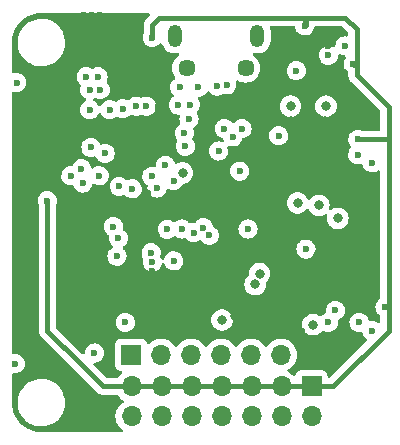
<source format=gbr>
%TF.GenerationSoftware,KiCad,Pcbnew,(6.0.0)*%
%TF.CreationDate,2022-05-23T22:47:49+07:00*%
%TF.ProjectId,MINI-FC,4d494e49-2d46-4432-9e6b-696361645f70,rev?*%
%TF.SameCoordinates,Original*%
%TF.FileFunction,Copper,L2,Inr*%
%TF.FilePolarity,Positive*%
%FSLAX46Y46*%
G04 Gerber Fmt 4.6, Leading zero omitted, Abs format (unit mm)*
G04 Created by KiCad (PCBNEW (6.0.0)) date 2022-05-23 22:47:49*
%MOMM*%
%LPD*%
G01*
G04 APERTURE LIST*
%TA.AperFunction,ComponentPad*%
%ADD10R,1.700000X1.700000*%
%TD*%
%TA.AperFunction,ComponentPad*%
%ADD11O,1.700000X1.700000*%
%TD*%
%TA.AperFunction,ComponentPad*%
%ADD12C,1.450000*%
%TD*%
%TA.AperFunction,ComponentPad*%
%ADD13O,1.200000X1.900000*%
%TD*%
%TA.AperFunction,ViaPad*%
%ADD14C,0.800000*%
%TD*%
%TA.AperFunction,ViaPad*%
%ADD15C,0.600000*%
%TD*%
%TA.AperFunction,Conductor*%
%ADD16C,0.400000*%
%TD*%
G04 APERTURE END LIST*
D10*
%TO.N,+5V*%
%TO.C,PWR1*%
X125875000Y-92125000D03*
D11*
%TO.N,GND*%
X125875000Y-94665000D03*
%TO.N,+5V*%
X123335000Y-92125000D03*
%TO.N,GND*%
X123335000Y-94665000D03*
%TO.N,+5V*%
X120795000Y-92125000D03*
%TO.N,GND*%
X120795000Y-94665000D03*
%TO.N,+5V*%
X118255000Y-92125000D03*
%TO.N,GND*%
X118255000Y-94665000D03*
%TO.N,+5V*%
X115715000Y-92125000D03*
%TO.N,GND*%
X115715000Y-94665000D03*
%TO.N,+5V*%
X113175000Y-92125000D03*
%TO.N,GND*%
X113175000Y-94665000D03*
%TO.N,+5V*%
X110635000Y-92125000D03*
%TO.N,GND*%
X110635000Y-94665000D03*
%TD*%
D10*
%TO.N,PWM1*%
%TO.C,PWM_SIG1*%
X110600000Y-89450000D03*
D11*
%TO.N,PWM2*%
X113140000Y-89450000D03*
%TO.N,PWM3*%
X115680000Y-89450000D03*
%TO.N,PWM4*%
X118220000Y-89450000D03*
%TO.N,PWM5*%
X120760000Y-89450000D03*
%TO.N,PWM6*%
X123300000Y-89450000D03*
%TD*%
D12*
%TO.N,GND*%
%TO.C,J1*%
X120300000Y-65162500D03*
X115300000Y-65162500D03*
D13*
X114300000Y-62462500D03*
X121300000Y-62462500D03*
%TD*%
D14*
%TO.N,+3V3*%
X119363261Y-86187859D03*
D15*
X115200000Y-80000000D03*
X106600000Y-60700000D03*
X108700000Y-69800000D03*
X112400000Y-82400000D03*
X107300000Y-60700000D03*
X123600000Y-75300000D03*
D14*
X124100000Y-69700000D03*
D15*
X123200000Y-67100000D03*
D14*
X127000000Y-69700000D03*
D15*
X113600000Y-66900000D03*
D14*
X107400000Y-76700000D03*
D15*
X120491219Y-77600000D03*
X112900000Y-68500000D03*
X122800000Y-78100000D03*
X125500000Y-64100000D03*
X125100000Y-87400000D03*
X127300000Y-63300000D03*
X108000000Y-60700000D03*
X100800000Y-86800000D03*
X112000000Y-75728254D03*
%TO.N,GND*%
X127300000Y-64100000D03*
X129900000Y-86700000D03*
X128700000Y-63300000D03*
D14*
X127100000Y-68400000D03*
D15*
X107100000Y-67000000D03*
X120500000Y-78800000D03*
X127900000Y-85700000D03*
X115200000Y-71800000D03*
X106800000Y-65900000D03*
X124600000Y-65400000D03*
X131000000Y-87400000D03*
X105500000Y-74300000D03*
X129800000Y-72500000D03*
X119200000Y-71000000D03*
D14*
X118300000Y-86500000D03*
D15*
X125400000Y-80500000D03*
X108400000Y-72400000D03*
D14*
X124100000Y-68400000D03*
D15*
X116300000Y-66800000D03*
X100800000Y-90200000D03*
X123100000Y-70900000D03*
X106500000Y-74900000D03*
X109600000Y-75200000D03*
X108000000Y-67000000D03*
X112800000Y-75324500D03*
X114700000Y-66800000D03*
X114600000Y-68300000D03*
X108800000Y-68700000D03*
X107800000Y-65900000D03*
X114200000Y-81500000D03*
X110700000Y-75400000D03*
X131000000Y-73200000D03*
X109900000Y-68600000D03*
X127300000Y-86700000D03*
X112400000Y-81600000D03*
X107200000Y-71900000D03*
X107100000Y-68700000D03*
X113500000Y-73400000D03*
X100900000Y-66400000D03*
%TO.N,HSE_IN*%
X109519853Y-79585844D03*
%TO.N,Net-(C11-Pad2)*%
X111000000Y-68400000D03*
%TO.N,Net-(C13-Pad2)*%
X107900000Y-74300000D03*
%TO.N,VUSB*%
X115600000Y-68300000D03*
X115500000Y-69500000D03*
%TO.N,Net-(C15-Pad2)*%
X119800000Y-73900000D03*
%TO.N,+5V*%
X103500000Y-76400000D03*
X125300000Y-61600000D03*
X129800000Y-71200000D03*
X112400000Y-62600000D03*
X132100000Y-85400000D03*
X129400000Y-64800000D03*
%TO.N,Net-(J1-Pad2)*%
X118700000Y-66600000D03*
%TO.N,Net-(J1-Pad3)*%
X117900000Y-66700000D03*
%TO.N,NRST*%
X112300000Y-80800000D03*
X110100000Y-86700000D03*
D14*
%TO.N,BOOT*%
X114958879Y-74049532D03*
D15*
%TO.N,HSE_OUT*%
X109400000Y-81100000D03*
%TO.N,LED_PC13*%
X109108411Y-78591589D03*
X106400000Y-73700000D03*
%TO.N,LED_STATUS*%
X117221075Y-79326593D03*
X107500000Y-89300000D03*
D14*
%TO.N,Net-(R7-Pad2)*%
X124700000Y-76600000D03*
%TO.N,Net-(R8-Pad2)*%
X126000000Y-86900000D03*
D15*
%TO.N,I2C1_SDA*%
X113668595Y-78823928D03*
%TO.N,I2C1_SLC*%
X114900000Y-78800000D03*
X112360746Y-74343923D03*
X114200000Y-74700000D03*
%TO.N,Net-(R11-Pad1)*%
X111900000Y-68400000D03*
%TO.N,Net-(R12-Pad2)*%
X118500000Y-70300000D03*
%TO.N,Net-(R13-Pad1)*%
X120000000Y-70300000D03*
%TO.N,Net-(R14-Pad1)*%
X115100000Y-70700000D03*
%TO.N,UART1_RX*%
X115900000Y-79100000D03*
%TO.N,UART1_TX*%
X116724500Y-78700000D03*
%TO.N,Net-(R15-Pad2)*%
X118000000Y-72200000D03*
D14*
%TO.N,SPI2_SCK*%
X126500000Y-76800000D03*
X121100000Y-83500000D03*
%TO.N,SPI2_MOSI*%
X121475500Y-82573716D03*
X128100000Y-77900000D03*
%TD*%
D16*
%TO.N,+5V*%
X125200000Y-60900000D02*
X125300000Y-61000000D01*
X128700000Y-60900000D02*
X125400000Y-60900000D01*
X125875000Y-92125000D02*
X108225000Y-92125000D01*
X129700000Y-65800000D02*
X129700000Y-64900000D01*
X129700000Y-61900000D02*
X128700000Y-60900000D01*
X108225000Y-92125000D02*
X106200000Y-90100000D01*
X132400000Y-85400000D02*
X132100000Y-85400000D01*
X132400000Y-68500000D02*
X129700000Y-65800000D01*
X125300000Y-61000000D02*
X125300000Y-61600000D01*
X103600000Y-87500000D02*
X103500000Y-87400000D01*
X125400000Y-60900000D02*
X125200000Y-60900000D01*
X125400000Y-61500000D02*
X125300000Y-61600000D01*
X129500000Y-64900000D02*
X129400000Y-64800000D01*
X125875000Y-92125000D02*
X127675000Y-92125000D01*
X132400000Y-71200000D02*
X132400000Y-68500000D01*
X132400000Y-85400000D02*
X132400000Y-71200000D01*
X125400000Y-60900000D02*
X125400000Y-61500000D01*
X129700000Y-64900000D02*
X129700000Y-61900000D01*
X132400000Y-71200000D02*
X129800000Y-71200000D01*
X103500000Y-87400000D02*
X103500000Y-76400000D01*
X112400000Y-61500000D02*
X112400000Y-62600000D01*
X106200000Y-90100000D02*
X103600000Y-87500000D01*
X132400000Y-87400000D02*
X132400000Y-85400000D01*
X127675000Y-92125000D02*
X132400000Y-87400000D01*
X129700000Y-64900000D02*
X129500000Y-64900000D01*
X113000000Y-60900000D02*
X112400000Y-61500000D01*
X125200000Y-60900000D02*
X113000000Y-60900000D01*
%TD*%
%TA.AperFunction,Conductor*%
%TO.N,+3V3*%
G36*
X112153961Y-60528002D02*
G01*
X112200454Y-60581658D01*
X112210558Y-60651932D01*
X112181064Y-60716512D01*
X112174935Y-60723095D01*
X111919480Y-60978550D01*
X111913215Y-60984404D01*
X111869615Y-61022439D01*
X111851152Y-61048709D01*
X111832872Y-61074719D01*
X111828939Y-61080014D01*
X111789524Y-61130282D01*
X111786401Y-61137198D01*
X111785017Y-61139484D01*
X111776643Y-61154165D01*
X111775378Y-61156525D01*
X111771010Y-61162739D01*
X111768250Y-61169818D01*
X111768249Y-61169820D01*
X111747798Y-61222275D01*
X111745247Y-61228344D01*
X111718955Y-61286573D01*
X111717571Y-61294040D01*
X111716770Y-61296595D01*
X111712141Y-61312848D01*
X111711478Y-61315428D01*
X111708718Y-61322509D01*
X111700602Y-61384161D01*
X111700379Y-61385852D01*
X111699348Y-61392359D01*
X111687704Y-61455186D01*
X111688141Y-61462766D01*
X111688141Y-61462767D01*
X111691291Y-61517392D01*
X111691500Y-61524646D01*
X111691500Y-62169710D01*
X111675341Y-62224598D01*
X111678183Y-62226009D01*
X111675053Y-62232313D01*
X111671235Y-62238238D01*
X111668826Y-62244858D01*
X111668824Y-62244861D01*
X111613451Y-62396998D01*
X111609197Y-62408685D01*
X111586463Y-62588640D01*
X111604163Y-62769160D01*
X111661418Y-62941273D01*
X111665065Y-62947295D01*
X111665066Y-62947297D01*
X111742185Y-63074636D01*
X111755380Y-63096424D01*
X111760269Y-63101487D01*
X111760270Y-63101488D01*
X111837121Y-63181068D01*
X111881382Y-63226902D01*
X111887278Y-63230760D01*
X112008741Y-63310243D01*
X112033159Y-63326222D01*
X112039763Y-63328678D01*
X112039765Y-63328679D01*
X112196558Y-63386990D01*
X112196560Y-63386990D01*
X112203168Y-63389448D01*
X112286995Y-63400633D01*
X112375980Y-63412507D01*
X112375984Y-63412507D01*
X112382961Y-63413438D01*
X112389972Y-63412800D01*
X112389976Y-63412800D01*
X112532459Y-63399832D01*
X112563600Y-63396998D01*
X112570302Y-63394820D01*
X112570304Y-63394820D01*
X112729409Y-63343124D01*
X112729412Y-63343123D01*
X112736108Y-63340947D01*
X112891912Y-63248069D01*
X112984317Y-63160073D01*
X113018167Y-63127838D01*
X113018168Y-63127837D01*
X113023266Y-63122982D01*
X113027163Y-63117116D01*
X113029313Y-63114554D01*
X113088422Y-63075226D01*
X113159410Y-63074098D01*
X113219738Y-63111528D01*
X113246740Y-63160073D01*
X113264403Y-63220279D01*
X113264406Y-63220285D01*
X113266092Y-63226034D01*
X113268836Y-63231361D01*
X113268836Y-63231362D01*
X113356317Y-63401216D01*
X113362942Y-63414080D01*
X113493604Y-63580420D01*
X113498135Y-63584352D01*
X113498138Y-63584355D01*
X113584058Y-63658912D01*
X113653363Y-63719052D01*
X113658549Y-63722052D01*
X113658553Y-63722055D01*
X113754957Y-63777826D01*
X113836454Y-63824973D01*
X114036271Y-63894361D01*
X114042206Y-63895222D01*
X114042208Y-63895222D01*
X114239664Y-63923852D01*
X114239667Y-63923852D01*
X114245604Y-63924713D01*
X114456899Y-63914933D01*
X114533347Y-63896509D01*
X114604258Y-63899994D01*
X114662028Y-63941263D01*
X114688315Y-64007214D01*
X114674774Y-64076907D01*
X114635139Y-64122215D01*
X114524587Y-64199625D01*
X114504093Y-64213975D01*
X114351475Y-64366593D01*
X114227677Y-64543394D01*
X114225354Y-64548376D01*
X114225351Y-64548381D01*
X114138784Y-64734025D01*
X114136461Y-64739007D01*
X114135039Y-64744315D01*
X114135038Y-64744317D01*
X114094711Y-64894820D01*
X114080599Y-64947487D01*
X114061788Y-65162500D01*
X114080599Y-65377513D01*
X114082023Y-65382826D01*
X114082023Y-65382828D01*
X114133742Y-65575844D01*
X114136461Y-65585993D01*
X114138783Y-65590974D01*
X114138784Y-65590975D01*
X114225351Y-65776619D01*
X114225354Y-65776624D01*
X114227677Y-65781606D01*
X114316096Y-65907881D01*
X114327004Y-65923459D01*
X114349692Y-65990733D01*
X114332407Y-66059593D01*
X114289815Y-66103046D01*
X114199088Y-66158862D01*
X114194053Y-66163793D01*
X114194050Y-66163795D01*
X114083575Y-66271981D01*
X114069493Y-66285771D01*
X113971235Y-66438238D01*
X113968826Y-66444858D01*
X113968824Y-66444861D01*
X113914120Y-66595160D01*
X113909197Y-66608685D01*
X113886463Y-66788640D01*
X113904163Y-66969160D01*
X113961418Y-67141273D01*
X113965065Y-67147295D01*
X113965066Y-67147297D01*
X113994178Y-67195366D01*
X114055380Y-67296424D01*
X114060269Y-67301487D01*
X114060270Y-67301488D01*
X114181382Y-67426902D01*
X114179348Y-67428867D01*
X114211937Y-67477136D01*
X114213545Y-67548115D01*
X114176525Y-67608695D01*
X114157908Y-67622676D01*
X114099088Y-67658862D01*
X114094053Y-67663793D01*
X114094050Y-67663795D01*
X113974525Y-67780843D01*
X113969493Y-67785771D01*
X113871235Y-67938238D01*
X113868826Y-67944858D01*
X113868824Y-67944861D01*
X113828698Y-68055106D01*
X113809197Y-68108685D01*
X113786463Y-68288640D01*
X113804163Y-68469160D01*
X113861418Y-68641273D01*
X113865065Y-68647295D01*
X113865066Y-68647297D01*
X113944085Y-68777773D01*
X113955380Y-68796424D01*
X114081382Y-68926902D01*
X114233159Y-69026222D01*
X114239763Y-69028678D01*
X114239765Y-69028679D01*
X114396558Y-69086990D01*
X114396560Y-69086990D01*
X114403168Y-69089448D01*
X114486995Y-69100633D01*
X114575980Y-69112507D01*
X114575984Y-69112507D01*
X114582961Y-69113438D01*
X114589975Y-69112800D01*
X114597018Y-69112947D01*
X114596988Y-69114379D01*
X114658951Y-69126610D01*
X114710114Y-69175833D01*
X114726542Y-69244902D01*
X114719114Y-69281437D01*
X114713729Y-69296233D01*
X114709197Y-69308685D01*
X114686463Y-69488640D01*
X114704163Y-69669160D01*
X114744923Y-69791687D01*
X114761418Y-69841273D01*
X114759163Y-69842023D01*
X114767940Y-69901204D01*
X114738732Y-69965915D01*
X114709169Y-69991140D01*
X114599088Y-70058862D01*
X114594053Y-70063793D01*
X114594050Y-70063795D01*
X114474525Y-70180843D01*
X114469493Y-70185771D01*
X114371235Y-70338238D01*
X114368826Y-70344858D01*
X114368824Y-70344861D01*
X114321150Y-70475844D01*
X114309197Y-70508685D01*
X114286463Y-70688640D01*
X114304163Y-70869160D01*
X114361418Y-71041273D01*
X114365065Y-71047295D01*
X114365066Y-71047297D01*
X114413909Y-71127946D01*
X114455380Y-71196424D01*
X114479393Y-71221290D01*
X114488981Y-71231219D01*
X114521913Y-71294116D01*
X114515613Y-71364832D01*
X114504255Y-71387001D01*
X114471235Y-71438238D01*
X114468826Y-71444858D01*
X114468824Y-71444861D01*
X114417307Y-71586404D01*
X114409197Y-71608685D01*
X114386463Y-71788640D01*
X114404163Y-71969160D01*
X114461418Y-72141273D01*
X114465065Y-72147295D01*
X114465066Y-72147297D01*
X114521980Y-72241273D01*
X114555380Y-72296424D01*
X114560269Y-72301487D01*
X114560270Y-72301488D01*
X114575357Y-72317111D01*
X114681382Y-72426902D01*
X114687278Y-72430760D01*
X114786445Y-72495653D01*
X114833159Y-72526222D01*
X114839763Y-72528678D01*
X114839765Y-72528679D01*
X114996558Y-72586990D01*
X114996560Y-72586990D01*
X115003168Y-72589448D01*
X115086995Y-72600633D01*
X115175980Y-72612507D01*
X115175984Y-72612507D01*
X115182961Y-72613438D01*
X115189972Y-72612800D01*
X115189976Y-72612800D01*
X115332459Y-72599832D01*
X115363600Y-72596998D01*
X115370302Y-72594820D01*
X115370304Y-72594820D01*
X115529409Y-72543124D01*
X115529412Y-72543123D01*
X115536108Y-72540947D01*
X115657258Y-72468727D01*
X115685860Y-72451677D01*
X115685862Y-72451676D01*
X115691912Y-72448069D01*
X115823266Y-72322982D01*
X115912522Y-72188640D01*
X117186463Y-72188640D01*
X117204163Y-72369160D01*
X117261418Y-72541273D01*
X117265065Y-72547295D01*
X117265066Y-72547297D01*
X117351720Y-72690380D01*
X117355380Y-72696424D01*
X117360269Y-72701487D01*
X117360270Y-72701488D01*
X117420440Y-72763795D01*
X117481382Y-72826902D01*
X117487278Y-72830760D01*
X117608741Y-72910243D01*
X117633159Y-72926222D01*
X117639763Y-72928678D01*
X117639765Y-72928679D01*
X117796558Y-72986990D01*
X117796560Y-72986990D01*
X117803168Y-72989448D01*
X117886995Y-73000633D01*
X117975980Y-73012507D01*
X117975984Y-73012507D01*
X117982961Y-73013438D01*
X117989972Y-73012800D01*
X117989976Y-73012800D01*
X118132459Y-72999832D01*
X118163600Y-72996998D01*
X118170302Y-72994820D01*
X118170304Y-72994820D01*
X118329409Y-72943124D01*
X118329412Y-72943123D01*
X118336108Y-72940947D01*
X118491912Y-72848069D01*
X118623266Y-72722982D01*
X118723643Y-72571902D01*
X118772529Y-72443211D01*
X118785555Y-72408920D01*
X118785556Y-72408918D01*
X118788055Y-72402338D01*
X118790191Y-72387140D01*
X118812748Y-72226639D01*
X118812748Y-72226636D01*
X118813299Y-72222717D01*
X118813616Y-72200000D01*
X118793397Y-72019745D01*
X118758116Y-71918432D01*
X118754603Y-71847524D01*
X118789985Y-71785972D01*
X118853027Y-71753320D01*
X118921027Y-71758900D01*
X119003168Y-71789448D01*
X119082250Y-71800000D01*
X119175980Y-71812507D01*
X119175984Y-71812507D01*
X119182961Y-71813438D01*
X119189972Y-71812800D01*
X119189976Y-71812800D01*
X119332459Y-71799832D01*
X119363600Y-71796998D01*
X119370302Y-71794820D01*
X119370304Y-71794820D01*
X119529409Y-71743124D01*
X119529412Y-71743123D01*
X119536108Y-71740947D01*
X119657258Y-71668727D01*
X119685860Y-71651677D01*
X119685862Y-71651676D01*
X119691912Y-71648069D01*
X119823266Y-71522982D01*
X119923643Y-71371902D01*
X119967987Y-71255166D01*
X119985555Y-71208920D01*
X119985556Y-71208918D01*
X119988055Y-71202338D01*
X119988864Y-71196583D01*
X120024930Y-71135995D01*
X120088462Y-71104307D01*
X120099234Y-71102856D01*
X120163600Y-71096998D01*
X120170302Y-71094820D01*
X120170304Y-71094820D01*
X120329409Y-71043124D01*
X120329412Y-71043123D01*
X120336108Y-71040947D01*
X120491912Y-70948069D01*
X120554318Y-70888640D01*
X122286463Y-70888640D01*
X122304163Y-71069160D01*
X122361418Y-71241273D01*
X122365065Y-71247295D01*
X122365066Y-71247297D01*
X122451264Y-71389627D01*
X122455380Y-71396424D01*
X122460269Y-71401487D01*
X122460270Y-71401488D01*
X122505619Y-71448448D01*
X122581382Y-71526902D01*
X122641005Y-71565918D01*
X122713093Y-71613091D01*
X122733159Y-71626222D01*
X122739763Y-71628678D01*
X122739765Y-71628679D01*
X122896558Y-71686990D01*
X122896560Y-71686990D01*
X122903168Y-71689448D01*
X122986995Y-71700633D01*
X123075980Y-71712507D01*
X123075984Y-71712507D01*
X123082961Y-71713438D01*
X123089972Y-71712800D01*
X123089976Y-71712800D01*
X123232459Y-71699832D01*
X123263600Y-71696998D01*
X123270302Y-71694820D01*
X123270304Y-71694820D01*
X123429409Y-71643124D01*
X123429412Y-71643123D01*
X123436108Y-71640947D01*
X123561970Y-71565918D01*
X123585860Y-71551677D01*
X123585862Y-71551676D01*
X123591912Y-71548069D01*
X123723266Y-71422982D01*
X123823643Y-71271902D01*
X123865563Y-71161547D01*
X123885555Y-71108920D01*
X123885556Y-71108918D01*
X123888055Y-71102338D01*
X123890212Y-71086991D01*
X123912748Y-70926639D01*
X123912748Y-70926636D01*
X123913299Y-70922717D01*
X123913616Y-70900000D01*
X123893397Y-70719745D01*
X123891080Y-70713091D01*
X123836064Y-70555106D01*
X123836062Y-70555103D01*
X123833745Y-70548448D01*
X123737626Y-70394624D01*
X123732664Y-70389627D01*
X123614778Y-70270915D01*
X123614774Y-70270912D01*
X123609815Y-70265918D01*
X123600062Y-70259728D01*
X123545619Y-70225178D01*
X123456666Y-70168727D01*
X123408784Y-70151677D01*
X123292425Y-70110243D01*
X123292420Y-70110242D01*
X123285790Y-70107881D01*
X123278802Y-70107048D01*
X123278799Y-70107047D01*
X123155698Y-70092368D01*
X123105680Y-70086404D01*
X123098677Y-70087140D01*
X123098676Y-70087140D01*
X122932288Y-70104628D01*
X122932286Y-70104629D01*
X122925288Y-70105364D01*
X122753579Y-70163818D01*
X122717895Y-70185771D01*
X122605095Y-70255166D01*
X122605092Y-70255168D01*
X122599088Y-70258862D01*
X122594053Y-70263793D01*
X122594050Y-70263795D01*
X122507606Y-70348448D01*
X122469493Y-70385771D01*
X122371235Y-70538238D01*
X122368826Y-70544858D01*
X122368824Y-70544861D01*
X122313940Y-70695653D01*
X122309197Y-70708685D01*
X122286463Y-70888640D01*
X120554318Y-70888640D01*
X120623266Y-70822982D01*
X120723643Y-70671902D01*
X120782989Y-70515675D01*
X120785555Y-70508920D01*
X120785556Y-70508918D01*
X120788055Y-70502338D01*
X120789578Y-70491500D01*
X120812748Y-70326639D01*
X120812748Y-70326636D01*
X120813299Y-70322717D01*
X120813616Y-70300000D01*
X120793397Y-70119745D01*
X120790088Y-70110243D01*
X120736064Y-69955106D01*
X120736062Y-69955103D01*
X120733745Y-69948448D01*
X120637626Y-69794624D01*
X120623941Y-69780843D01*
X120514778Y-69670915D01*
X120514774Y-69670912D01*
X120509815Y-69665918D01*
X120498697Y-69658862D01*
X120450538Y-69628300D01*
X120356666Y-69568727D01*
X120327463Y-69558328D01*
X120192425Y-69510243D01*
X120192420Y-69510242D01*
X120185790Y-69507881D01*
X120178802Y-69507048D01*
X120178799Y-69507047D01*
X120039023Y-69490380D01*
X120005680Y-69486404D01*
X119998677Y-69487140D01*
X119998676Y-69487140D01*
X119832288Y-69504628D01*
X119832286Y-69504629D01*
X119825288Y-69505364D01*
X119653579Y-69563818D01*
X119647575Y-69567512D01*
X119505095Y-69655166D01*
X119505092Y-69655168D01*
X119499088Y-69658862D01*
X119494053Y-69663793D01*
X119494050Y-69663795D01*
X119374525Y-69780843D01*
X119369493Y-69785771D01*
X119356514Y-69805911D01*
X119302804Y-69852334D01*
X119232517Y-69862350D01*
X119167973Y-69832777D01*
X119143753Y-69804429D01*
X119137626Y-69794624D01*
X119123941Y-69780843D01*
X119014778Y-69670915D01*
X119014774Y-69670912D01*
X119009815Y-69665918D01*
X118998697Y-69658862D01*
X118950538Y-69628300D01*
X118856666Y-69568727D01*
X118827463Y-69558328D01*
X118692425Y-69510243D01*
X118692420Y-69510242D01*
X118685790Y-69507881D01*
X118678802Y-69507048D01*
X118678799Y-69507047D01*
X118539023Y-69490380D01*
X118505680Y-69486404D01*
X118498677Y-69487140D01*
X118498676Y-69487140D01*
X118332288Y-69504628D01*
X118332286Y-69504629D01*
X118325288Y-69505364D01*
X118153579Y-69563818D01*
X118147575Y-69567512D01*
X118005095Y-69655166D01*
X118005092Y-69655168D01*
X117999088Y-69658862D01*
X117994053Y-69663793D01*
X117994050Y-69663795D01*
X117874525Y-69780843D01*
X117869493Y-69785771D01*
X117771235Y-69938238D01*
X117768826Y-69944858D01*
X117768824Y-69944861D01*
X117738622Y-70027841D01*
X117709197Y-70108685D01*
X117686463Y-70288640D01*
X117704163Y-70469160D01*
X117761418Y-70641273D01*
X117765065Y-70647295D01*
X117765066Y-70647297D01*
X117813181Y-70726744D01*
X117855380Y-70796424D01*
X117860269Y-70801487D01*
X117860270Y-70801488D01*
X117902155Y-70844861D01*
X117981382Y-70926902D01*
X117987278Y-70930760D01*
X118106360Y-71008685D01*
X118133159Y-71026222D01*
X118139763Y-71028678D01*
X118139765Y-71028679D01*
X118296560Y-71086991D01*
X118296564Y-71086992D01*
X118303168Y-71089448D01*
X118310153Y-71090380D01*
X118316879Y-71092057D01*
X118378137Y-71127946D01*
X118405953Y-71174542D01*
X118442044Y-71283035D01*
X118444567Y-71353987D01*
X118408330Y-71415039D01*
X118344838Y-71446809D01*
X118280221Y-71441506D01*
X118205892Y-71415039D01*
X118192424Y-71410243D01*
X118192422Y-71410243D01*
X118185790Y-71407881D01*
X118178802Y-71407048D01*
X118178799Y-71407047D01*
X118055698Y-71392368D01*
X118005680Y-71386404D01*
X117998677Y-71387140D01*
X117998676Y-71387140D01*
X117832288Y-71404628D01*
X117832286Y-71404629D01*
X117825288Y-71405364D01*
X117653579Y-71463818D01*
X117647575Y-71467512D01*
X117505095Y-71555166D01*
X117505092Y-71555168D01*
X117499088Y-71558862D01*
X117494053Y-71563793D01*
X117494050Y-71563795D01*
X117374525Y-71680843D01*
X117369493Y-71685771D01*
X117271235Y-71838238D01*
X117268826Y-71844858D01*
X117268824Y-71844861D01*
X117214315Y-71994624D01*
X117209197Y-72008685D01*
X117186463Y-72188640D01*
X115912522Y-72188640D01*
X115923643Y-72171902D01*
X115982989Y-72015675D01*
X115985555Y-72008920D01*
X115985556Y-72008918D01*
X115988055Y-72002338D01*
X115991076Y-71980843D01*
X116012748Y-71826639D01*
X116012748Y-71826636D01*
X116013299Y-71822717D01*
X116013616Y-71800000D01*
X115993397Y-71619745D01*
X115990088Y-71610243D01*
X115936064Y-71455106D01*
X115936062Y-71455103D01*
X115933745Y-71448448D01*
X115906823Y-71405364D01*
X115841359Y-71300598D01*
X115837626Y-71294624D01*
X115826118Y-71283035D01*
X115812999Y-71269824D01*
X115779193Y-71207393D01*
X115784505Y-71136596D01*
X115797458Y-71111314D01*
X115819742Y-71077773D01*
X115823643Y-71071902D01*
X115872529Y-70943211D01*
X115885555Y-70908920D01*
X115885556Y-70908918D01*
X115888055Y-70902338D01*
X115890963Y-70881646D01*
X115912748Y-70726639D01*
X115912748Y-70726636D01*
X115913299Y-70722717D01*
X115913616Y-70700000D01*
X115893397Y-70519745D01*
X115889546Y-70508685D01*
X115836946Y-70357640D01*
X115833432Y-70286731D01*
X115868814Y-70225178D01*
X115891418Y-70207976D01*
X115965493Y-70163818D01*
X115985860Y-70151677D01*
X115985862Y-70151676D01*
X115991912Y-70148069D01*
X116123266Y-70022982D01*
X116223643Y-69871902D01*
X116288055Y-69702338D01*
X116289035Y-69695366D01*
X116312748Y-69526639D01*
X116312748Y-69526636D01*
X116313299Y-69522717D01*
X116313506Y-69507881D01*
X116313561Y-69503962D01*
X116313561Y-69503957D01*
X116313616Y-69500000D01*
X116293397Y-69319745D01*
X116290150Y-69310420D01*
X116236064Y-69155106D01*
X116236062Y-69155103D01*
X116233745Y-69148448D01*
X116156788Y-69025290D01*
X116137653Y-68956923D01*
X116158518Y-68889062D01*
X116176752Y-68867277D01*
X116218159Y-68827846D01*
X116218162Y-68827843D01*
X116223266Y-68822982D01*
X116323643Y-68671902D01*
X116388055Y-68502338D01*
X116389035Y-68495366D01*
X116402438Y-68400000D01*
X123186496Y-68400000D01*
X123187186Y-68406565D01*
X123200047Y-68528927D01*
X123206458Y-68589928D01*
X123265473Y-68771556D01*
X123268776Y-68777278D01*
X123268777Y-68777279D01*
X123282754Y-68801488D01*
X123360960Y-68936944D01*
X123365378Y-68941851D01*
X123365379Y-68941852D01*
X123482977Y-69072458D01*
X123488747Y-69078866D01*
X123643248Y-69191118D01*
X123649276Y-69193802D01*
X123649278Y-69193803D01*
X123779266Y-69251677D01*
X123817712Y-69268794D01*
X123892638Y-69284720D01*
X123998056Y-69307128D01*
X123998061Y-69307128D01*
X124004513Y-69308500D01*
X124195487Y-69308500D01*
X124201939Y-69307128D01*
X124201944Y-69307128D01*
X124307362Y-69284720D01*
X124382288Y-69268794D01*
X124420734Y-69251677D01*
X124550722Y-69193803D01*
X124550724Y-69193802D01*
X124556752Y-69191118D01*
X124711253Y-69078866D01*
X124717023Y-69072458D01*
X124834621Y-68941852D01*
X124834622Y-68941851D01*
X124839040Y-68936944D01*
X124917246Y-68801488D01*
X124931223Y-68777279D01*
X124931224Y-68777278D01*
X124934527Y-68771556D01*
X124993542Y-68589928D01*
X124999954Y-68528927D01*
X125012814Y-68406565D01*
X125013504Y-68400000D01*
X126186496Y-68400000D01*
X126187186Y-68406565D01*
X126200047Y-68528927D01*
X126206458Y-68589928D01*
X126265473Y-68771556D01*
X126268776Y-68777278D01*
X126268777Y-68777279D01*
X126282754Y-68801488D01*
X126360960Y-68936944D01*
X126365378Y-68941851D01*
X126365379Y-68941852D01*
X126482977Y-69072458D01*
X126488747Y-69078866D01*
X126643248Y-69191118D01*
X126649276Y-69193802D01*
X126649278Y-69193803D01*
X126779266Y-69251677D01*
X126817712Y-69268794D01*
X126892638Y-69284720D01*
X126998056Y-69307128D01*
X126998061Y-69307128D01*
X127004513Y-69308500D01*
X127195487Y-69308500D01*
X127201939Y-69307128D01*
X127201944Y-69307128D01*
X127307362Y-69284720D01*
X127382288Y-69268794D01*
X127420734Y-69251677D01*
X127550722Y-69193803D01*
X127550724Y-69193802D01*
X127556752Y-69191118D01*
X127711253Y-69078866D01*
X127717023Y-69072458D01*
X127834621Y-68941852D01*
X127834622Y-68941851D01*
X127839040Y-68936944D01*
X127917246Y-68801488D01*
X127931223Y-68777279D01*
X127931224Y-68777278D01*
X127934527Y-68771556D01*
X127993542Y-68589928D01*
X127999954Y-68528927D01*
X128012814Y-68406565D01*
X128013504Y-68400000D01*
X127993542Y-68210072D01*
X127934527Y-68028444D01*
X127839040Y-67863056D01*
X127793790Y-67812800D01*
X127715675Y-67726045D01*
X127715674Y-67726044D01*
X127711253Y-67721134D01*
X127604002Y-67643211D01*
X127562094Y-67612763D01*
X127562093Y-67612762D01*
X127556752Y-67608882D01*
X127550724Y-67606198D01*
X127550722Y-67606197D01*
X127388319Y-67533891D01*
X127388318Y-67533891D01*
X127382288Y-67531206D01*
X127288888Y-67511353D01*
X127201944Y-67492872D01*
X127201939Y-67492872D01*
X127195487Y-67491500D01*
X127004513Y-67491500D01*
X126998061Y-67492872D01*
X126998056Y-67492872D01*
X126911112Y-67511353D01*
X126817712Y-67531206D01*
X126811682Y-67533891D01*
X126811681Y-67533891D01*
X126649278Y-67606197D01*
X126649276Y-67606198D01*
X126643248Y-67608882D01*
X126637907Y-67612762D01*
X126637906Y-67612763D01*
X126595998Y-67643211D01*
X126488747Y-67721134D01*
X126484326Y-67726044D01*
X126484325Y-67726045D01*
X126406211Y-67812800D01*
X126360960Y-67863056D01*
X126265473Y-68028444D01*
X126206458Y-68210072D01*
X126186496Y-68400000D01*
X125013504Y-68400000D01*
X124993542Y-68210072D01*
X124934527Y-68028444D01*
X124839040Y-67863056D01*
X124793790Y-67812800D01*
X124715675Y-67726045D01*
X124715674Y-67726044D01*
X124711253Y-67721134D01*
X124604002Y-67643211D01*
X124562094Y-67612763D01*
X124562093Y-67612762D01*
X124556752Y-67608882D01*
X124550724Y-67606198D01*
X124550722Y-67606197D01*
X124388319Y-67533891D01*
X124388318Y-67533891D01*
X124382288Y-67531206D01*
X124288888Y-67511353D01*
X124201944Y-67492872D01*
X124201939Y-67492872D01*
X124195487Y-67491500D01*
X124004513Y-67491500D01*
X123998061Y-67492872D01*
X123998056Y-67492872D01*
X123911112Y-67511353D01*
X123817712Y-67531206D01*
X123811682Y-67533891D01*
X123811681Y-67533891D01*
X123649278Y-67606197D01*
X123649276Y-67606198D01*
X123643248Y-67608882D01*
X123637907Y-67612762D01*
X123637906Y-67612763D01*
X123595998Y-67643211D01*
X123488747Y-67721134D01*
X123484326Y-67726044D01*
X123484325Y-67726045D01*
X123406211Y-67812800D01*
X123360960Y-67863056D01*
X123265473Y-68028444D01*
X123206458Y-68210072D01*
X123186496Y-68400000D01*
X116402438Y-68400000D01*
X116412748Y-68326639D01*
X116412748Y-68326636D01*
X116413299Y-68322717D01*
X116413616Y-68300000D01*
X116393397Y-68119745D01*
X116391080Y-68113091D01*
X116336064Y-67955106D01*
X116336062Y-67955103D01*
X116333745Y-67948448D01*
X116241471Y-67800777D01*
X116222336Y-67732409D01*
X116243202Y-67664548D01*
X116297444Y-67618740D01*
X116336903Y-67608529D01*
X116463600Y-67596998D01*
X116470302Y-67594820D01*
X116470304Y-67594820D01*
X116629409Y-67543124D01*
X116629412Y-67543123D01*
X116636108Y-67540947D01*
X116743152Y-67477136D01*
X116785860Y-67451677D01*
X116785862Y-67451676D01*
X116791912Y-67448069D01*
X116923266Y-67322982D01*
X117023643Y-67171902D01*
X117024711Y-67172612D01*
X117068596Y-67126465D01*
X117137570Y-67109636D01*
X117204692Y-67132768D01*
X117239515Y-67170229D01*
X117251730Y-67190398D01*
X117251733Y-67190401D01*
X117255380Y-67196424D01*
X117260269Y-67201487D01*
X117260270Y-67201488D01*
X117337121Y-67281068D01*
X117381382Y-67326902D01*
X117387278Y-67330760D01*
X117489477Y-67397637D01*
X117533159Y-67426222D01*
X117539763Y-67428678D01*
X117539765Y-67428679D01*
X117696558Y-67486990D01*
X117696560Y-67486990D01*
X117703168Y-67489448D01*
X117786995Y-67500633D01*
X117875980Y-67512507D01*
X117875984Y-67512507D01*
X117882961Y-67513438D01*
X117889972Y-67512800D01*
X117889976Y-67512800D01*
X118032459Y-67499832D01*
X118063600Y-67496998D01*
X118070302Y-67494820D01*
X118070304Y-67494820D01*
X118229409Y-67443124D01*
X118229412Y-67443123D01*
X118236108Y-67440947D01*
X118340056Y-67378981D01*
X118408809Y-67361282D01*
X118448491Y-67369114D01*
X118503168Y-67389448D01*
X118586995Y-67400633D01*
X118675980Y-67412507D01*
X118675984Y-67412507D01*
X118682961Y-67413438D01*
X118689972Y-67412800D01*
X118689976Y-67412800D01*
X118832459Y-67399832D01*
X118863600Y-67396998D01*
X118870302Y-67394820D01*
X118870304Y-67394820D01*
X119029409Y-67343124D01*
X119029412Y-67343123D01*
X119036108Y-67340947D01*
X119191912Y-67248069D01*
X119323266Y-67122982D01*
X119423643Y-66971902D01*
X119482989Y-66815675D01*
X119485555Y-66808920D01*
X119485556Y-66808918D01*
X119488055Y-66802338D01*
X119490963Y-66781646D01*
X119512748Y-66626639D01*
X119512748Y-66626636D01*
X119513299Y-66622717D01*
X119513616Y-66600000D01*
X119493397Y-66419745D01*
X119476064Y-66369971D01*
X119472550Y-66299065D01*
X119507931Y-66237512D01*
X119570973Y-66204859D01*
X119641661Y-66211472D01*
X119667323Y-66225321D01*
X119680894Y-66234823D01*
X119685876Y-66237146D01*
X119685881Y-66237149D01*
X119854648Y-66315846D01*
X119876507Y-66326039D01*
X119881815Y-66327461D01*
X119881817Y-66327462D01*
X120079672Y-66380477D01*
X120079674Y-66380477D01*
X120084987Y-66381901D01*
X120300000Y-66400712D01*
X120515013Y-66381901D01*
X120520326Y-66380477D01*
X120520328Y-66380477D01*
X120718183Y-66327462D01*
X120718185Y-66327461D01*
X120723493Y-66326039D01*
X120745352Y-66315846D01*
X120914119Y-66237149D01*
X120914124Y-66237146D01*
X120919106Y-66234823D01*
X121055548Y-66139285D01*
X121091396Y-66114184D01*
X121091399Y-66114182D01*
X121095907Y-66111025D01*
X121248525Y-65958407D01*
X121252925Y-65952124D01*
X121318797Y-65858049D01*
X121372323Y-65781606D01*
X121374646Y-65776624D01*
X121374649Y-65776619D01*
X121461216Y-65590975D01*
X121461217Y-65590974D01*
X121463539Y-65585993D01*
X121466259Y-65575844D01*
X121516420Y-65388640D01*
X123786463Y-65388640D01*
X123804163Y-65569160D01*
X123861418Y-65741273D01*
X123865065Y-65747295D01*
X123865066Y-65747297D01*
X123951264Y-65889627D01*
X123955380Y-65896424D01*
X123960269Y-65901487D01*
X123960270Y-65901488D01*
X123984558Y-65926639D01*
X124081382Y-66026902D01*
X124137796Y-66063818D01*
X124209936Y-66111025D01*
X124233159Y-66126222D01*
X124239763Y-66128678D01*
X124239765Y-66128679D01*
X124396558Y-66186990D01*
X124396560Y-66186990D01*
X124403168Y-66189448D01*
X124486995Y-66200633D01*
X124575980Y-66212507D01*
X124575984Y-66212507D01*
X124582961Y-66213438D01*
X124589972Y-66212800D01*
X124589976Y-66212800D01*
X124732459Y-66199832D01*
X124763600Y-66196998D01*
X124770302Y-66194820D01*
X124770304Y-66194820D01*
X124929409Y-66143124D01*
X124929412Y-66143123D01*
X124936108Y-66140947D01*
X125058786Y-66067816D01*
X125085860Y-66051677D01*
X125085862Y-66051676D01*
X125091912Y-66048069D01*
X125223266Y-65922982D01*
X125323643Y-65771902D01*
X125388055Y-65602338D01*
X125389652Y-65590975D01*
X125412748Y-65426639D01*
X125412748Y-65426636D01*
X125413299Y-65422717D01*
X125413616Y-65400000D01*
X125393397Y-65219745D01*
X125391080Y-65213091D01*
X125336064Y-65055106D01*
X125336062Y-65055103D01*
X125333745Y-65048448D01*
X125237626Y-64894624D01*
X125223941Y-64880843D01*
X125114778Y-64770915D01*
X125114774Y-64770912D01*
X125109815Y-64765918D01*
X125098697Y-64758862D01*
X125048335Y-64726902D01*
X124956666Y-64668727D01*
X124927463Y-64658328D01*
X124792425Y-64610243D01*
X124792420Y-64610242D01*
X124785790Y-64607881D01*
X124778802Y-64607048D01*
X124778799Y-64607047D01*
X124655698Y-64592368D01*
X124605680Y-64586404D01*
X124598677Y-64587140D01*
X124598676Y-64587140D01*
X124432288Y-64604628D01*
X124432286Y-64604629D01*
X124425288Y-64605364D01*
X124253579Y-64663818D01*
X124247575Y-64667512D01*
X124105095Y-64755166D01*
X124105092Y-64755168D01*
X124099088Y-64758862D01*
X124094053Y-64763793D01*
X124094050Y-64763795D01*
X123974525Y-64880843D01*
X123969493Y-64885771D01*
X123871235Y-65038238D01*
X123868826Y-65044858D01*
X123868824Y-65044861D01*
X123822365Y-65172506D01*
X123809197Y-65208685D01*
X123786463Y-65388640D01*
X121516420Y-65388640D01*
X121517977Y-65382828D01*
X121517977Y-65382826D01*
X121519401Y-65377513D01*
X121538212Y-65162500D01*
X121519401Y-64947487D01*
X121505289Y-64894820D01*
X121464962Y-64744317D01*
X121464961Y-64744315D01*
X121463539Y-64739007D01*
X121461216Y-64734025D01*
X121374649Y-64548381D01*
X121374646Y-64548376D01*
X121372323Y-64543394D01*
X121248525Y-64366593D01*
X121095907Y-64213975D01*
X121075414Y-64199625D01*
X120975046Y-64129347D01*
X120969905Y-64125747D01*
X120925578Y-64070291D01*
X120918269Y-63999672D01*
X120950300Y-63936311D01*
X121011501Y-63900326D01*
X121060257Y-63897839D01*
X121239664Y-63923852D01*
X121239667Y-63923852D01*
X121245604Y-63924713D01*
X121456899Y-63914933D01*
X121607912Y-63878539D01*
X121656701Y-63866781D01*
X121656703Y-63866780D01*
X121662534Y-63865375D01*
X121667992Y-63862893D01*
X121667996Y-63862892D01*
X121841596Y-63783960D01*
X121855087Y-63777826D01*
X122027611Y-63655446D01*
X122173881Y-63502650D01*
X122288620Y-63324952D01*
X122367686Y-63128763D01*
X122408228Y-62921163D01*
X122408500Y-62915601D01*
X122408500Y-62059654D01*
X122393452Y-61901934D01*
X122362508Y-61796453D01*
X122354738Y-61769969D01*
X122354755Y-61698973D01*
X122393153Y-61639256D01*
X122457741Y-61609778D01*
X122475643Y-61608500D01*
X124374160Y-61608500D01*
X124442281Y-61628502D01*
X124488774Y-61682158D01*
X124499559Y-61722205D01*
X124504163Y-61769160D01*
X124506387Y-61775845D01*
X124506387Y-61775846D01*
X124526195Y-61835391D01*
X124561418Y-61941273D01*
X124565065Y-61947295D01*
X124565066Y-61947297D01*
X124601976Y-62008242D01*
X124655380Y-62096424D01*
X124781382Y-62226902D01*
X124933159Y-62326222D01*
X124939763Y-62328678D01*
X124939765Y-62328679D01*
X125096558Y-62386990D01*
X125096560Y-62386990D01*
X125103168Y-62389448D01*
X125186995Y-62400633D01*
X125275980Y-62412507D01*
X125275984Y-62412507D01*
X125282961Y-62413438D01*
X125289972Y-62412800D01*
X125289976Y-62412800D01*
X125432459Y-62399832D01*
X125463600Y-62396998D01*
X125470302Y-62394820D01*
X125470304Y-62394820D01*
X125629409Y-62343124D01*
X125629412Y-62343123D01*
X125636108Y-62340947D01*
X125791912Y-62248069D01*
X125923266Y-62122982D01*
X126023643Y-61971902D01*
X126088055Y-61802338D01*
X126100054Y-61716964D01*
X126129341Y-61652291D01*
X126188944Y-61613717D01*
X126224827Y-61608500D01*
X128354340Y-61608500D01*
X128422461Y-61628502D01*
X128443435Y-61645405D01*
X128954595Y-62156565D01*
X128988621Y-62218877D01*
X128991500Y-62245660D01*
X128991500Y-62378569D01*
X128971498Y-62446690D01*
X128917842Y-62493183D01*
X128850583Y-62503683D01*
X128705680Y-62486404D01*
X128698677Y-62487140D01*
X128698676Y-62487140D01*
X128532288Y-62504628D01*
X128532286Y-62504629D01*
X128525288Y-62505364D01*
X128353579Y-62563818D01*
X128347575Y-62567512D01*
X128205095Y-62655166D01*
X128205092Y-62655168D01*
X128199088Y-62658862D01*
X128194053Y-62663793D01*
X128194050Y-62663795D01*
X128079630Y-62775844D01*
X128069493Y-62785771D01*
X127971235Y-62938238D01*
X127968826Y-62944858D01*
X127968824Y-62944861D01*
X127911606Y-63102066D01*
X127909197Y-63108685D01*
X127886463Y-63288640D01*
X127886581Y-63289849D01*
X127866312Y-63355477D01*
X127812012Y-63401216D01*
X127741604Y-63410338D01*
X127693764Y-63392270D01*
X127656666Y-63368727D01*
X127615007Y-63353893D01*
X127492425Y-63310243D01*
X127492420Y-63310242D01*
X127485790Y-63307881D01*
X127478802Y-63307048D01*
X127478799Y-63307047D01*
X127324431Y-63288640D01*
X127305680Y-63286404D01*
X127298677Y-63287140D01*
X127298676Y-63287140D01*
X127132288Y-63304628D01*
X127132286Y-63304629D01*
X127125288Y-63305364D01*
X126953579Y-63363818D01*
X126915914Y-63386990D01*
X126805095Y-63455166D01*
X126805092Y-63455168D01*
X126799088Y-63458862D01*
X126794053Y-63463793D01*
X126794050Y-63463795D01*
X126679775Y-63575702D01*
X126669493Y-63585771D01*
X126571235Y-63738238D01*
X126568826Y-63744858D01*
X126568824Y-63744861D01*
X126514097Y-63895222D01*
X126509197Y-63908685D01*
X126486463Y-64088640D01*
X126504163Y-64269160D01*
X126561418Y-64441273D01*
X126565065Y-64447295D01*
X126565066Y-64447297D01*
X126649817Y-64587238D01*
X126655380Y-64596424D01*
X126660269Y-64601487D01*
X126660270Y-64601488D01*
X126718269Y-64661547D01*
X126781382Y-64726902D01*
X126841005Y-64765918D01*
X126886445Y-64795653D01*
X126933159Y-64826222D01*
X126939763Y-64828678D01*
X126939765Y-64828679D01*
X127096558Y-64886990D01*
X127096560Y-64886990D01*
X127103168Y-64889448D01*
X127186732Y-64900598D01*
X127275980Y-64912507D01*
X127275984Y-64912507D01*
X127282961Y-64913438D01*
X127289972Y-64912800D01*
X127289976Y-64912800D01*
X127432459Y-64899832D01*
X127463600Y-64896998D01*
X127470302Y-64894820D01*
X127470304Y-64894820D01*
X127629409Y-64843124D01*
X127629412Y-64843123D01*
X127636108Y-64840947D01*
X127761970Y-64765918D01*
X127785860Y-64751677D01*
X127785862Y-64751676D01*
X127791912Y-64748069D01*
X127923266Y-64622982D01*
X128023643Y-64471902D01*
X128088055Y-64302338D01*
X128090383Y-64285771D01*
X128112748Y-64126639D01*
X128112748Y-64126636D01*
X128113299Y-64122717D01*
X128113425Y-64113696D01*
X128134377Y-64045861D01*
X128188677Y-64000122D01*
X128259085Y-63991001D01*
X128308406Y-64010024D01*
X128333159Y-64026222D01*
X128339763Y-64028678D01*
X128339765Y-64028679D01*
X128496558Y-64086990D01*
X128496560Y-64086990D01*
X128503168Y-64089448D01*
X128510153Y-64090380D01*
X128510157Y-64090381D01*
X128597306Y-64102009D01*
X128668110Y-64111456D01*
X128732986Y-64140292D01*
X128771974Y-64199625D01*
X128772695Y-64270618D01*
X128757356Y-64304604D01*
X128671235Y-64438238D01*
X128668826Y-64444858D01*
X128668824Y-64444861D01*
X128611606Y-64602066D01*
X128609197Y-64608685D01*
X128586463Y-64788640D01*
X128604163Y-64969160D01*
X128661418Y-65141273D01*
X128665065Y-65147295D01*
X128665066Y-65147297D01*
X128732632Y-65258862D01*
X128755380Y-65296424D01*
X128881382Y-65426902D01*
X128887274Y-65430757D01*
X128887278Y-65430761D01*
X128934493Y-65461657D01*
X128980542Y-65515694D01*
X128991500Y-65567089D01*
X128991500Y-65771088D01*
X128991208Y-65779658D01*
X128988383Y-65821104D01*
X128987275Y-65837352D01*
X128997522Y-65896062D01*
X128998261Y-65900299D01*
X128999223Y-65906821D01*
X129006898Y-65970242D01*
X129009581Y-65977343D01*
X129010222Y-65979952D01*
X129014685Y-65996262D01*
X129015450Y-65998798D01*
X129016757Y-66006284D01*
X129039838Y-66058862D01*
X129042442Y-66064795D01*
X129044933Y-66070899D01*
X129067513Y-66130656D01*
X129071817Y-66136919D01*
X129073054Y-66139285D01*
X129081299Y-66154097D01*
X129082632Y-66156351D01*
X129085685Y-66163305D01*
X129124155Y-66213438D01*
X129124579Y-66213991D01*
X129128459Y-66219332D01*
X129160339Y-66265720D01*
X129160344Y-66265725D01*
X129164643Y-66271981D01*
X129170313Y-66277032D01*
X129170314Y-66277034D01*
X129211170Y-66313435D01*
X129216446Y-66318416D01*
X131654595Y-68756565D01*
X131688621Y-68818877D01*
X131691500Y-68845660D01*
X131691500Y-70365500D01*
X131671498Y-70433621D01*
X131617842Y-70480114D01*
X131565500Y-70491500D01*
X130229158Y-70491500D01*
X130169624Y-70474205D01*
X130168948Y-70475590D01*
X130162609Y-70472498D01*
X130156666Y-70468727D01*
X130142880Y-70463818D01*
X129992425Y-70410243D01*
X129992420Y-70410242D01*
X129985790Y-70407881D01*
X129978802Y-70407048D01*
X129978799Y-70407047D01*
X129855698Y-70392368D01*
X129805680Y-70386404D01*
X129798677Y-70387140D01*
X129798676Y-70387140D01*
X129632288Y-70404628D01*
X129632286Y-70404629D01*
X129625288Y-70405364D01*
X129453579Y-70463818D01*
X129408583Y-70491500D01*
X129305095Y-70555166D01*
X129305092Y-70555168D01*
X129299088Y-70558862D01*
X129294053Y-70563793D01*
X129294050Y-70563795D01*
X129177660Y-70677773D01*
X129169493Y-70685771D01*
X129071235Y-70838238D01*
X129068826Y-70844858D01*
X129068824Y-70844861D01*
X129029946Y-70951677D01*
X129009197Y-71008685D01*
X128986463Y-71188640D01*
X129004163Y-71369160D01*
X129061418Y-71541273D01*
X129065065Y-71547295D01*
X129065066Y-71547297D01*
X129151720Y-71690380D01*
X129155380Y-71696424D01*
X129173971Y-71715675D01*
X129218932Y-71762234D01*
X129251864Y-71825131D01*
X129245564Y-71895847D01*
X129216453Y-71939784D01*
X129179630Y-71975844D01*
X129169493Y-71985771D01*
X129071235Y-72138238D01*
X129068826Y-72144858D01*
X129068824Y-72144861D01*
X129011606Y-72302066D01*
X129009197Y-72308685D01*
X128986463Y-72488640D01*
X129004163Y-72669160D01*
X129061418Y-72841273D01*
X129065065Y-72847295D01*
X129065066Y-72847297D01*
X129151720Y-72990380D01*
X129155380Y-72996424D01*
X129160269Y-73001487D01*
X129160270Y-73001488D01*
X129220440Y-73063795D01*
X129281382Y-73126902D01*
X129287278Y-73130760D01*
X129407908Y-73209698D01*
X129433159Y-73226222D01*
X129439763Y-73228678D01*
X129439765Y-73228679D01*
X129596558Y-73286990D01*
X129596560Y-73286990D01*
X129603168Y-73289448D01*
X129686995Y-73300633D01*
X129775980Y-73312507D01*
X129775984Y-73312507D01*
X129782961Y-73313438D01*
X129789972Y-73312800D01*
X129789976Y-73312800D01*
X129932459Y-73299832D01*
X129963600Y-73296998D01*
X129970300Y-73294821D01*
X129970305Y-73294820D01*
X130041937Y-73271545D01*
X130112905Y-73269518D01*
X130173703Y-73306180D01*
X130203691Y-73364348D01*
X130204163Y-73369160D01*
X130206385Y-73375839D01*
X130206385Y-73375840D01*
X130211659Y-73391693D01*
X130261418Y-73541273D01*
X130265065Y-73547295D01*
X130265066Y-73547297D01*
X130344208Y-73677976D01*
X130355380Y-73696424D01*
X130360269Y-73701487D01*
X130360270Y-73701488D01*
X130377901Y-73719745D01*
X130481382Y-73826902D01*
X130498994Y-73838427D01*
X130593088Y-73900000D01*
X130633159Y-73926222D01*
X130639763Y-73928678D01*
X130639765Y-73928679D01*
X130796558Y-73986990D01*
X130796560Y-73986990D01*
X130803168Y-73989448D01*
X130886995Y-74000633D01*
X130975980Y-74012507D01*
X130975984Y-74012507D01*
X130982961Y-74013438D01*
X130989972Y-74012800D01*
X130989976Y-74012800D01*
X131132459Y-73999832D01*
X131163600Y-73996998D01*
X131170302Y-73994820D01*
X131170304Y-73994820D01*
X131329409Y-73943124D01*
X131329412Y-73943123D01*
X131336108Y-73940947D01*
X131435586Y-73881646D01*
X131485860Y-73851677D01*
X131485862Y-73851676D01*
X131491912Y-73848069D01*
X131491922Y-73848060D01*
X131555676Y-73823797D01*
X131625149Y-73838427D01*
X131675684Y-73888294D01*
X131691500Y-73949413D01*
X131691500Y-84631591D01*
X131671498Y-84699712D01*
X131631524Y-84738907D01*
X131599088Y-84758862D01*
X131594056Y-84763789D01*
X131594053Y-84763792D01*
X131474525Y-84880843D01*
X131469493Y-84885771D01*
X131371235Y-85038238D01*
X131368826Y-85044858D01*
X131368824Y-85044861D01*
X131314315Y-85194624D01*
X131309197Y-85208685D01*
X131286463Y-85388640D01*
X131304163Y-85569160D01*
X131361418Y-85741273D01*
X131365065Y-85747295D01*
X131365066Y-85747297D01*
X131449817Y-85887238D01*
X131455380Y-85896424D01*
X131460269Y-85901487D01*
X131460270Y-85901488D01*
X131518269Y-85961547D01*
X131581382Y-86026902D01*
X131587274Y-86030757D01*
X131587278Y-86030761D01*
X131634493Y-86061657D01*
X131680542Y-86115694D01*
X131691500Y-86167089D01*
X131691500Y-86652026D01*
X131671498Y-86720147D01*
X131617842Y-86766640D01*
X131547568Y-86776744D01*
X131497986Y-86758411D01*
X131432157Y-86716635D01*
X131356666Y-86668727D01*
X131309764Y-86652026D01*
X131192425Y-86610243D01*
X131192420Y-86610242D01*
X131185790Y-86607881D01*
X131178802Y-86607048D01*
X131178799Y-86607047D01*
X131055698Y-86592368D01*
X131005680Y-86586404D01*
X130998677Y-86587140D01*
X130998675Y-86587140D01*
X130825939Y-86605295D01*
X130756101Y-86592523D01*
X130704254Y-86544021D01*
X130694460Y-86519375D01*
X130693397Y-86519745D01*
X130636064Y-86355106D01*
X130636062Y-86355103D01*
X130633745Y-86348448D01*
X130537626Y-86194624D01*
X130532664Y-86189627D01*
X130414778Y-86070915D01*
X130414774Y-86070912D01*
X130409815Y-86065918D01*
X130398697Y-86058862D01*
X130348335Y-86026902D01*
X130256666Y-85968727D01*
X130226957Y-85958148D01*
X130092425Y-85910243D01*
X130092420Y-85910242D01*
X130085790Y-85907881D01*
X130078802Y-85907048D01*
X130078799Y-85907047D01*
X129955698Y-85892368D01*
X129905680Y-85886404D01*
X129898677Y-85887140D01*
X129898676Y-85887140D01*
X129732288Y-85904628D01*
X129732286Y-85904629D01*
X129725288Y-85905364D01*
X129553579Y-85963818D01*
X129539457Y-85972506D01*
X129405095Y-86055166D01*
X129405092Y-86055168D01*
X129399088Y-86058862D01*
X129394053Y-86063793D01*
X129394050Y-86063795D01*
X129358140Y-86098961D01*
X129269493Y-86185771D01*
X129171235Y-86338238D01*
X129168826Y-86344858D01*
X129168824Y-86344861D01*
X129112358Y-86500000D01*
X129109197Y-86508685D01*
X129086463Y-86688640D01*
X129104163Y-86869160D01*
X129161418Y-87041273D01*
X129165065Y-87047295D01*
X129165066Y-87047297D01*
X129244747Y-87178866D01*
X129255380Y-87196424D01*
X129381382Y-87326902D01*
X129406305Y-87343211D01*
X129527262Y-87422363D01*
X129533159Y-87426222D01*
X129539763Y-87428678D01*
X129539765Y-87428679D01*
X129696558Y-87486990D01*
X129696560Y-87486990D01*
X129703168Y-87489448D01*
X129784491Y-87500299D01*
X129875980Y-87512507D01*
X129875984Y-87512507D01*
X129882961Y-87513438D01*
X129889972Y-87512800D01*
X129889976Y-87512800D01*
X130056580Y-87497637D01*
X130056581Y-87497637D01*
X130063600Y-87496998D01*
X130065051Y-87496526D01*
X130133624Y-87502240D01*
X130189957Y-87545449D01*
X130207768Y-87579997D01*
X130261418Y-87741273D01*
X130265065Y-87747295D01*
X130265066Y-87747297D01*
X130312295Y-87825281D01*
X130355380Y-87896424D01*
X130360269Y-87901487D01*
X130360270Y-87901488D01*
X130379547Y-87921450D01*
X130481382Y-88026902D01*
X130526789Y-88056616D01*
X130572835Y-88110651D01*
X130582359Y-88181006D01*
X130552335Y-88245341D01*
X130546889Y-88251141D01*
X127448595Y-91349435D01*
X127386283Y-91383461D01*
X127315468Y-91378396D01*
X127258632Y-91335849D01*
X127233821Y-91269329D01*
X127233500Y-91260340D01*
X127233500Y-91226866D01*
X127226745Y-91164684D01*
X127175615Y-91028295D01*
X127088261Y-90911739D01*
X126971705Y-90824385D01*
X126835316Y-90773255D01*
X126773134Y-90766500D01*
X124976866Y-90766500D01*
X124914684Y-90773255D01*
X124778295Y-90824385D01*
X124661739Y-90911739D01*
X124574385Y-91028295D01*
X124571233Y-91036703D01*
X124529919Y-91146907D01*
X124487277Y-91203671D01*
X124420716Y-91228371D01*
X124351367Y-91213163D01*
X124318743Y-91187476D01*
X124268151Y-91131875D01*
X124268142Y-91131866D01*
X124264670Y-91128051D01*
X124260619Y-91124852D01*
X124260615Y-91124848D01*
X124093414Y-90992800D01*
X124093410Y-90992798D01*
X124089359Y-90989598D01*
X123904435Y-90887515D01*
X123854464Y-90837082D01*
X123839692Y-90767639D01*
X123864808Y-90701234D01*
X123909894Y-90664056D01*
X123997994Y-90620896D01*
X124179860Y-90491173D01*
X124338096Y-90333489D01*
X124343511Y-90325954D01*
X124465435Y-90156277D01*
X124468453Y-90152077D01*
X124487550Y-90113438D01*
X124565136Y-89956453D01*
X124565137Y-89956451D01*
X124567430Y-89951811D01*
X124632370Y-89738069D01*
X124661529Y-89516590D01*
X124661611Y-89513240D01*
X124663074Y-89453365D01*
X124663074Y-89453361D01*
X124663156Y-89450000D01*
X124644852Y-89227361D01*
X124590431Y-89010702D01*
X124501354Y-88805840D01*
X124414067Y-88670915D01*
X124382822Y-88622617D01*
X124382820Y-88622614D01*
X124380014Y-88618277D01*
X124229670Y-88453051D01*
X124225619Y-88449852D01*
X124225615Y-88449848D01*
X124058414Y-88317800D01*
X124058410Y-88317798D01*
X124054359Y-88314598D01*
X123858789Y-88206638D01*
X123853920Y-88204914D01*
X123853916Y-88204912D01*
X123653087Y-88133795D01*
X123653083Y-88133794D01*
X123648212Y-88132069D01*
X123643119Y-88131162D01*
X123643116Y-88131161D01*
X123433373Y-88093800D01*
X123433367Y-88093799D01*
X123428284Y-88092894D01*
X123354452Y-88091992D01*
X123210081Y-88090228D01*
X123210079Y-88090228D01*
X123204911Y-88090165D01*
X122984091Y-88123955D01*
X122771756Y-88193357D01*
X122573607Y-88296507D01*
X122569474Y-88299610D01*
X122569471Y-88299612D01*
X122399100Y-88427530D01*
X122394965Y-88430635D01*
X122391393Y-88434373D01*
X122283729Y-88547037D01*
X122240629Y-88592138D01*
X122133201Y-88749621D01*
X122078293Y-88794621D01*
X122007768Y-88802792D01*
X121944021Y-88771538D01*
X121923324Y-88747054D01*
X121842822Y-88622617D01*
X121842820Y-88622614D01*
X121840014Y-88618277D01*
X121689670Y-88453051D01*
X121685619Y-88449852D01*
X121685615Y-88449848D01*
X121518414Y-88317800D01*
X121518410Y-88317798D01*
X121514359Y-88314598D01*
X121318789Y-88206638D01*
X121313920Y-88204914D01*
X121313916Y-88204912D01*
X121113087Y-88133795D01*
X121113083Y-88133794D01*
X121108212Y-88132069D01*
X121103119Y-88131162D01*
X121103116Y-88131161D01*
X120893373Y-88093800D01*
X120893367Y-88093799D01*
X120888284Y-88092894D01*
X120814452Y-88091992D01*
X120670081Y-88090228D01*
X120670079Y-88090228D01*
X120664911Y-88090165D01*
X120444091Y-88123955D01*
X120231756Y-88193357D01*
X120033607Y-88296507D01*
X120029474Y-88299610D01*
X120029471Y-88299612D01*
X119859100Y-88427530D01*
X119854965Y-88430635D01*
X119851393Y-88434373D01*
X119743729Y-88547037D01*
X119700629Y-88592138D01*
X119593201Y-88749621D01*
X119538293Y-88794621D01*
X119467768Y-88802792D01*
X119404021Y-88771538D01*
X119383324Y-88747054D01*
X119302822Y-88622617D01*
X119302820Y-88622614D01*
X119300014Y-88618277D01*
X119149670Y-88453051D01*
X119145619Y-88449852D01*
X119145615Y-88449848D01*
X118978414Y-88317800D01*
X118978410Y-88317798D01*
X118974359Y-88314598D01*
X118778789Y-88206638D01*
X118773920Y-88204914D01*
X118773916Y-88204912D01*
X118573087Y-88133795D01*
X118573083Y-88133794D01*
X118568212Y-88132069D01*
X118563119Y-88131162D01*
X118563116Y-88131161D01*
X118353373Y-88093800D01*
X118353367Y-88093799D01*
X118348284Y-88092894D01*
X118274452Y-88091992D01*
X118130081Y-88090228D01*
X118130079Y-88090228D01*
X118124911Y-88090165D01*
X117904091Y-88123955D01*
X117691756Y-88193357D01*
X117493607Y-88296507D01*
X117489474Y-88299610D01*
X117489471Y-88299612D01*
X117319100Y-88427530D01*
X117314965Y-88430635D01*
X117311393Y-88434373D01*
X117203729Y-88547037D01*
X117160629Y-88592138D01*
X117053201Y-88749621D01*
X116998293Y-88794621D01*
X116927768Y-88802792D01*
X116864021Y-88771538D01*
X116843324Y-88747054D01*
X116762822Y-88622617D01*
X116762820Y-88622614D01*
X116760014Y-88618277D01*
X116609670Y-88453051D01*
X116605619Y-88449852D01*
X116605615Y-88449848D01*
X116438414Y-88317800D01*
X116438410Y-88317798D01*
X116434359Y-88314598D01*
X116238789Y-88206638D01*
X116233920Y-88204914D01*
X116233916Y-88204912D01*
X116033087Y-88133795D01*
X116033083Y-88133794D01*
X116028212Y-88132069D01*
X116023119Y-88131162D01*
X116023116Y-88131161D01*
X115813373Y-88093800D01*
X115813367Y-88093799D01*
X115808284Y-88092894D01*
X115734452Y-88091992D01*
X115590081Y-88090228D01*
X115590079Y-88090228D01*
X115584911Y-88090165D01*
X115364091Y-88123955D01*
X115151756Y-88193357D01*
X114953607Y-88296507D01*
X114949474Y-88299610D01*
X114949471Y-88299612D01*
X114779100Y-88427530D01*
X114774965Y-88430635D01*
X114771393Y-88434373D01*
X114663729Y-88547037D01*
X114620629Y-88592138D01*
X114513201Y-88749621D01*
X114458293Y-88794621D01*
X114387768Y-88802792D01*
X114324021Y-88771538D01*
X114303324Y-88747054D01*
X114222822Y-88622617D01*
X114222820Y-88622614D01*
X114220014Y-88618277D01*
X114069670Y-88453051D01*
X114065619Y-88449852D01*
X114065615Y-88449848D01*
X113898414Y-88317800D01*
X113898410Y-88317798D01*
X113894359Y-88314598D01*
X113698789Y-88206638D01*
X113693920Y-88204914D01*
X113693916Y-88204912D01*
X113493087Y-88133795D01*
X113493083Y-88133794D01*
X113488212Y-88132069D01*
X113483119Y-88131162D01*
X113483116Y-88131161D01*
X113273373Y-88093800D01*
X113273367Y-88093799D01*
X113268284Y-88092894D01*
X113194452Y-88091992D01*
X113050081Y-88090228D01*
X113050079Y-88090228D01*
X113044911Y-88090165D01*
X112824091Y-88123955D01*
X112611756Y-88193357D01*
X112413607Y-88296507D01*
X112409474Y-88299610D01*
X112409471Y-88299612D01*
X112239100Y-88427530D01*
X112234965Y-88430635D01*
X112163553Y-88505364D01*
X112154283Y-88515064D01*
X112092759Y-88550494D01*
X112021846Y-88547037D01*
X111964060Y-88505791D01*
X111945207Y-88472243D01*
X111903767Y-88361703D01*
X111900615Y-88353295D01*
X111813261Y-88236739D01*
X111696705Y-88149385D01*
X111560316Y-88098255D01*
X111498134Y-88091500D01*
X109701866Y-88091500D01*
X109639684Y-88098255D01*
X109503295Y-88149385D01*
X109386739Y-88236739D01*
X109299385Y-88353295D01*
X109248255Y-88489684D01*
X109241500Y-88551866D01*
X109241500Y-90348134D01*
X109248255Y-90410316D01*
X109299385Y-90546705D01*
X109386739Y-90663261D01*
X109503295Y-90750615D01*
X109639684Y-90801745D01*
X109701866Y-90808500D01*
X109748043Y-90808500D01*
X109816164Y-90828502D01*
X109862657Y-90882158D01*
X109872761Y-90952432D01*
X109843267Y-91017012D01*
X109823697Y-91035259D01*
X109729965Y-91105635D01*
X109690525Y-91146907D01*
X109636280Y-91203671D01*
X109575629Y-91267138D01*
X109528758Y-91335849D01*
X109511257Y-91361504D01*
X109456346Y-91406507D01*
X109407169Y-91416500D01*
X108570660Y-91416500D01*
X108502539Y-91396498D01*
X108481565Y-91379595D01*
X107427924Y-90325954D01*
X107393898Y-90263642D01*
X107398963Y-90192827D01*
X107441510Y-90135991D01*
X107505599Y-90111378D01*
X107625897Y-90100429D01*
X107663600Y-90096998D01*
X107670302Y-90094820D01*
X107670304Y-90094820D01*
X107829409Y-90043124D01*
X107829412Y-90043123D01*
X107836108Y-90040947D01*
X107991912Y-89948069D01*
X108123266Y-89822982D01*
X108223643Y-89671902D01*
X108288055Y-89502338D01*
X108304245Y-89387140D01*
X108312748Y-89326639D01*
X108312748Y-89326636D01*
X108313299Y-89322717D01*
X108313616Y-89300000D01*
X108293397Y-89119745D01*
X108291080Y-89113091D01*
X108236064Y-88955106D01*
X108236062Y-88955103D01*
X108233745Y-88948448D01*
X108147603Y-88810590D01*
X108141359Y-88800598D01*
X108137626Y-88794624D01*
X108090387Y-88747054D01*
X108014778Y-88670915D01*
X108014774Y-88670912D01*
X108009815Y-88665918D01*
X107998697Y-88658862D01*
X107941583Y-88622617D01*
X107856666Y-88568727D01*
X107799775Y-88548469D01*
X107692425Y-88510243D01*
X107692420Y-88510242D01*
X107685790Y-88507881D01*
X107678802Y-88507048D01*
X107678799Y-88507047D01*
X107555698Y-88492368D01*
X107505680Y-88486404D01*
X107498677Y-88487140D01*
X107498676Y-88487140D01*
X107332288Y-88504628D01*
X107332286Y-88504629D01*
X107325288Y-88505364D01*
X107153579Y-88563818D01*
X107147575Y-88567512D01*
X107005095Y-88655166D01*
X107005092Y-88655168D01*
X106999088Y-88658862D01*
X106994053Y-88663793D01*
X106994050Y-88663795D01*
X106909029Y-88747054D01*
X106869493Y-88785771D01*
X106771235Y-88938238D01*
X106768826Y-88944858D01*
X106768824Y-88944861D01*
X106711606Y-89102066D01*
X106709197Y-89108685D01*
X106708314Y-89115675D01*
X106694839Y-89222342D01*
X106686463Y-89288640D01*
X106685603Y-89288531D01*
X106666371Y-89350782D01*
X106612068Y-89396517D01*
X106541659Y-89405633D01*
X106477499Y-89375237D01*
X106472245Y-89370275D01*
X104245405Y-87143435D01*
X104211379Y-87081123D01*
X104208500Y-87054340D01*
X104208500Y-86688640D01*
X109286463Y-86688640D01*
X109304163Y-86869160D01*
X109361418Y-87041273D01*
X109365065Y-87047295D01*
X109365066Y-87047297D01*
X109444747Y-87178866D01*
X109455380Y-87196424D01*
X109581382Y-87326902D01*
X109606305Y-87343211D01*
X109727262Y-87422363D01*
X109733159Y-87426222D01*
X109739763Y-87428678D01*
X109739765Y-87428679D01*
X109896558Y-87486990D01*
X109896560Y-87486990D01*
X109903168Y-87489448D01*
X109984491Y-87500299D01*
X110075980Y-87512507D01*
X110075984Y-87512507D01*
X110082961Y-87513438D01*
X110089972Y-87512800D01*
X110089976Y-87512800D01*
X110232459Y-87499832D01*
X110263600Y-87496998D01*
X110270302Y-87494820D01*
X110270304Y-87494820D01*
X110429409Y-87443124D01*
X110429412Y-87443123D01*
X110436108Y-87440947D01*
X110546119Y-87375367D01*
X110585860Y-87351677D01*
X110585862Y-87351676D01*
X110591912Y-87348069D01*
X110723266Y-87222982D01*
X110823643Y-87071902D01*
X110888055Y-86902338D01*
X110891577Y-86877279D01*
X110912748Y-86726639D01*
X110912748Y-86726636D01*
X110913299Y-86722717D01*
X110913452Y-86711738D01*
X110913561Y-86703962D01*
X110913561Y-86703957D01*
X110913616Y-86700000D01*
X110893397Y-86519745D01*
X110891080Y-86513091D01*
X110886521Y-86500000D01*
X117386496Y-86500000D01*
X117387186Y-86506565D01*
X117405588Y-86681646D01*
X117406458Y-86689928D01*
X117465473Y-86871556D01*
X117560960Y-87036944D01*
X117565378Y-87041851D01*
X117565379Y-87041852D01*
X117608667Y-87089928D01*
X117688747Y-87178866D01*
X117843248Y-87291118D01*
X117849276Y-87293802D01*
X117849278Y-87293803D01*
X117979266Y-87351677D01*
X118017712Y-87368794D01*
X118111112Y-87388647D01*
X118198056Y-87407128D01*
X118198061Y-87407128D01*
X118204513Y-87408500D01*
X118395487Y-87408500D01*
X118401939Y-87407128D01*
X118401944Y-87407128D01*
X118488888Y-87388647D01*
X118582288Y-87368794D01*
X118620734Y-87351677D01*
X118750722Y-87293803D01*
X118750724Y-87293802D01*
X118756752Y-87291118D01*
X118911253Y-87178866D01*
X118991333Y-87089928D01*
X119034621Y-87041852D01*
X119034622Y-87041851D01*
X119039040Y-87036944D01*
X119118105Y-86900000D01*
X125086496Y-86900000D01*
X125087186Y-86906565D01*
X125105533Y-87081123D01*
X125106458Y-87089928D01*
X125165473Y-87271556D01*
X125168776Y-87277278D01*
X125168777Y-87277279D01*
X125202686Y-87336010D01*
X125260960Y-87436944D01*
X125265378Y-87441851D01*
X125265379Y-87441852D01*
X125358658Y-87545449D01*
X125388747Y-87578866D01*
X125543248Y-87691118D01*
X125549276Y-87693802D01*
X125549278Y-87693803D01*
X125699119Y-87760516D01*
X125717712Y-87768794D01*
X125811112Y-87788647D01*
X125898056Y-87807128D01*
X125898061Y-87807128D01*
X125904513Y-87808500D01*
X126095487Y-87808500D01*
X126101939Y-87807128D01*
X126101944Y-87807128D01*
X126188888Y-87788647D01*
X126282288Y-87768794D01*
X126300881Y-87760516D01*
X126450722Y-87693803D01*
X126450724Y-87693802D01*
X126456752Y-87691118D01*
X126611253Y-87578866D01*
X126739040Y-87436944D01*
X126739523Y-87437379D01*
X126791986Y-87396922D01*
X126862722Y-87390845D01*
X126906696Y-87408905D01*
X126927261Y-87422363D01*
X126927263Y-87422364D01*
X126933159Y-87426222D01*
X126939763Y-87428678D01*
X126939765Y-87428679D01*
X127096558Y-87486990D01*
X127096560Y-87486990D01*
X127103168Y-87489448D01*
X127184491Y-87500299D01*
X127275980Y-87512507D01*
X127275984Y-87512507D01*
X127282961Y-87513438D01*
X127289972Y-87512800D01*
X127289976Y-87512800D01*
X127432459Y-87499832D01*
X127463600Y-87496998D01*
X127470302Y-87494820D01*
X127470304Y-87494820D01*
X127629409Y-87443124D01*
X127629412Y-87443123D01*
X127636108Y-87440947D01*
X127746119Y-87375367D01*
X127785860Y-87351677D01*
X127785862Y-87351676D01*
X127791912Y-87348069D01*
X127923266Y-87222982D01*
X128023643Y-87071902D01*
X128088055Y-86902338D01*
X128091577Y-86877279D01*
X128112748Y-86726639D01*
X128112748Y-86726636D01*
X128113299Y-86722717D01*
X128113452Y-86711738D01*
X128113561Y-86703962D01*
X128113561Y-86703957D01*
X128113616Y-86700000D01*
X128101342Y-86590578D01*
X128113626Y-86520654D01*
X128161765Y-86468469D01*
X128187622Y-86456701D01*
X128229406Y-86443125D01*
X128229409Y-86443124D01*
X128236108Y-86440947D01*
X128366771Y-86363056D01*
X128385860Y-86351677D01*
X128385862Y-86351676D01*
X128391912Y-86348069D01*
X128523266Y-86222982D01*
X128623643Y-86071902D01*
X128688055Y-85902338D01*
X128690191Y-85887140D01*
X128712748Y-85726639D01*
X128712748Y-85726636D01*
X128713299Y-85722717D01*
X128713616Y-85700000D01*
X128693397Y-85519745D01*
X128691080Y-85513091D01*
X128636064Y-85355106D01*
X128636062Y-85355103D01*
X128633745Y-85348448D01*
X128537626Y-85194624D01*
X128523941Y-85180843D01*
X128414778Y-85070915D01*
X128414774Y-85070912D01*
X128409815Y-85065918D01*
X128398697Y-85058862D01*
X128350538Y-85028300D01*
X128256666Y-84968727D01*
X128227463Y-84958328D01*
X128092425Y-84910243D01*
X128092420Y-84910242D01*
X128085790Y-84907881D01*
X128078802Y-84907048D01*
X128078799Y-84907047D01*
X127955698Y-84892368D01*
X127905680Y-84886404D01*
X127898677Y-84887140D01*
X127898676Y-84887140D01*
X127732288Y-84904628D01*
X127732286Y-84904629D01*
X127725288Y-84905364D01*
X127553579Y-84963818D01*
X127547575Y-84967512D01*
X127405095Y-85055166D01*
X127405092Y-85055168D01*
X127399088Y-85058862D01*
X127394053Y-85063793D01*
X127394050Y-85063795D01*
X127274525Y-85180843D01*
X127269493Y-85185771D01*
X127171235Y-85338238D01*
X127168826Y-85344858D01*
X127168824Y-85344861D01*
X127145806Y-85408102D01*
X127109197Y-85508685D01*
X127086463Y-85688640D01*
X127091624Y-85741273D01*
X127098535Y-85811764D01*
X127085275Y-85881511D01*
X127036412Y-85933018D01*
X127013742Y-85943337D01*
X126953579Y-85963818D01*
X126939457Y-85972506D01*
X126805095Y-86055166D01*
X126805092Y-86055168D01*
X126799088Y-86058862D01*
X126794053Y-86063793D01*
X126794050Y-86063795D01*
X126700033Y-86155864D01*
X126637368Y-86189235D01*
X126566609Y-86183429D01*
X126537814Y-86167777D01*
X126462094Y-86112763D01*
X126462093Y-86112762D01*
X126456752Y-86108882D01*
X126450724Y-86106198D01*
X126450722Y-86106197D01*
X126288319Y-86033891D01*
X126288318Y-86033891D01*
X126282288Y-86031206D01*
X126188887Y-86011353D01*
X126101944Y-85992872D01*
X126101939Y-85992872D01*
X126095487Y-85991500D01*
X125904513Y-85991500D01*
X125898061Y-85992872D01*
X125898056Y-85992872D01*
X125811113Y-86011353D01*
X125717712Y-86031206D01*
X125711682Y-86033891D01*
X125711681Y-86033891D01*
X125549278Y-86106197D01*
X125549276Y-86106198D01*
X125543248Y-86108882D01*
X125388747Y-86221134D01*
X125384326Y-86226044D01*
X125384325Y-86226045D01*
X125279497Y-86342469D01*
X125260960Y-86363056D01*
X125257659Y-86368774D01*
X125169971Y-86520654D01*
X125165473Y-86528444D01*
X125106458Y-86710072D01*
X125105768Y-86716633D01*
X125105768Y-86716635D01*
X125090474Y-86862151D01*
X125086496Y-86900000D01*
X119118105Y-86900000D01*
X119134527Y-86871556D01*
X119193542Y-86689928D01*
X119194413Y-86681646D01*
X119212814Y-86506565D01*
X119213504Y-86500000D01*
X119197915Y-86351677D01*
X119194232Y-86316635D01*
X119194232Y-86316633D01*
X119193542Y-86310072D01*
X119134527Y-86128444D01*
X119039040Y-85963056D01*
X118989595Y-85908141D01*
X118915675Y-85826045D01*
X118915674Y-85826044D01*
X118911253Y-85821134D01*
X118812157Y-85749136D01*
X118762094Y-85712763D01*
X118762093Y-85712762D01*
X118756752Y-85708882D01*
X118750724Y-85706198D01*
X118750722Y-85706197D01*
X118588319Y-85633891D01*
X118588318Y-85633891D01*
X118582288Y-85631206D01*
X118488887Y-85611353D01*
X118401944Y-85592872D01*
X118401939Y-85592872D01*
X118395487Y-85591500D01*
X118204513Y-85591500D01*
X118198061Y-85592872D01*
X118198056Y-85592872D01*
X118111113Y-85611353D01*
X118017712Y-85631206D01*
X118011682Y-85633891D01*
X118011681Y-85633891D01*
X117849278Y-85706197D01*
X117849276Y-85706198D01*
X117843248Y-85708882D01*
X117837907Y-85712762D01*
X117837906Y-85712763D01*
X117787843Y-85749136D01*
X117688747Y-85821134D01*
X117684326Y-85826044D01*
X117684325Y-85826045D01*
X117610406Y-85908141D01*
X117560960Y-85963056D01*
X117465473Y-86128444D01*
X117406458Y-86310072D01*
X117405768Y-86316633D01*
X117405768Y-86316635D01*
X117402085Y-86351677D01*
X117386496Y-86500000D01*
X110886521Y-86500000D01*
X110836064Y-86355106D01*
X110836062Y-86355103D01*
X110833745Y-86348448D01*
X110737626Y-86194624D01*
X110732664Y-86189627D01*
X110614778Y-86070915D01*
X110614774Y-86070912D01*
X110609815Y-86065918D01*
X110598697Y-86058862D01*
X110548335Y-86026902D01*
X110456666Y-85968727D01*
X110426957Y-85958148D01*
X110292425Y-85910243D01*
X110292420Y-85910242D01*
X110285790Y-85907881D01*
X110278802Y-85907048D01*
X110278799Y-85907047D01*
X110155698Y-85892368D01*
X110105680Y-85886404D01*
X110098677Y-85887140D01*
X110098676Y-85887140D01*
X109932288Y-85904628D01*
X109932286Y-85904629D01*
X109925288Y-85905364D01*
X109753579Y-85963818D01*
X109739457Y-85972506D01*
X109605095Y-86055166D01*
X109605092Y-86055168D01*
X109599088Y-86058862D01*
X109594053Y-86063793D01*
X109594050Y-86063795D01*
X109558140Y-86098961D01*
X109469493Y-86185771D01*
X109371235Y-86338238D01*
X109368826Y-86344858D01*
X109368824Y-86344861D01*
X109312358Y-86500000D01*
X109309197Y-86508685D01*
X109286463Y-86688640D01*
X104208500Y-86688640D01*
X104208500Y-83500000D01*
X120186496Y-83500000D01*
X120206458Y-83689928D01*
X120265473Y-83871556D01*
X120360960Y-84036944D01*
X120488747Y-84178866D01*
X120643248Y-84291118D01*
X120649276Y-84293802D01*
X120649278Y-84293803D01*
X120811681Y-84366109D01*
X120817712Y-84368794D01*
X120911113Y-84388647D01*
X120998056Y-84407128D01*
X120998061Y-84407128D01*
X121004513Y-84408500D01*
X121195487Y-84408500D01*
X121201939Y-84407128D01*
X121201944Y-84407128D01*
X121288887Y-84388647D01*
X121382288Y-84368794D01*
X121388319Y-84366109D01*
X121550722Y-84293803D01*
X121550724Y-84293802D01*
X121556752Y-84291118D01*
X121711253Y-84178866D01*
X121839040Y-84036944D01*
X121934527Y-83871556D01*
X121993542Y-83689928D01*
X122013504Y-83500000D01*
X122002145Y-83391926D01*
X122014917Y-83322087D01*
X122053394Y-83276819D01*
X122064520Y-83268735D01*
X122086753Y-83252582D01*
X122214540Y-83110660D01*
X122296458Y-82968774D01*
X122306723Y-82950995D01*
X122306724Y-82950994D01*
X122310027Y-82945272D01*
X122369042Y-82763644D01*
X122389004Y-82573716D01*
X122372091Y-82412800D01*
X122369732Y-82390351D01*
X122369732Y-82390349D01*
X122369042Y-82383788D01*
X122310027Y-82202160D01*
X122278798Y-82148069D01*
X122217841Y-82042490D01*
X122214540Y-82036772D01*
X122202124Y-82022982D01*
X122091175Y-81899761D01*
X122091174Y-81899760D01*
X122086753Y-81894850D01*
X121932252Y-81782598D01*
X121926224Y-81779914D01*
X121926222Y-81779913D01*
X121763819Y-81707607D01*
X121763818Y-81707607D01*
X121757788Y-81704922D01*
X121664388Y-81685069D01*
X121577444Y-81666588D01*
X121577439Y-81666588D01*
X121570987Y-81665216D01*
X121380013Y-81665216D01*
X121373561Y-81666588D01*
X121373556Y-81666588D01*
X121286612Y-81685069D01*
X121193212Y-81704922D01*
X121187182Y-81707607D01*
X121187181Y-81707607D01*
X121024778Y-81779913D01*
X121024776Y-81779914D01*
X121018748Y-81782598D01*
X120864247Y-81894850D01*
X120859826Y-81899760D01*
X120859825Y-81899761D01*
X120748877Y-82022982D01*
X120736460Y-82036772D01*
X120733159Y-82042490D01*
X120672203Y-82148069D01*
X120640973Y-82202160D01*
X120581958Y-82383788D01*
X120581268Y-82390349D01*
X120581268Y-82390351D01*
X120578909Y-82412800D01*
X120561996Y-82573716D01*
X120562686Y-82580281D01*
X120573355Y-82681790D01*
X120560583Y-82751629D01*
X120522106Y-82796897D01*
X120488747Y-82821134D01*
X120360960Y-82963056D01*
X120357659Y-82968774D01*
X120275741Y-83110660D01*
X120265473Y-83128444D01*
X120206458Y-83310072D01*
X120186496Y-83500000D01*
X104208500Y-83500000D01*
X104208500Y-78580229D01*
X108294874Y-78580229D01*
X108312574Y-78760749D01*
X108369829Y-78932862D01*
X108373476Y-78938884D01*
X108373477Y-78938886D01*
X108459222Y-79080468D01*
X108463791Y-79088013D01*
X108589793Y-79218491D01*
X108595685Y-79222346D01*
X108595689Y-79222350D01*
X108673108Y-79273011D01*
X108719157Y-79327048D01*
X108728278Y-79394431D01*
X108729050Y-79394529D01*
X108706316Y-79574484D01*
X108724016Y-79755004D01*
X108781271Y-79927117D01*
X108784918Y-79933139D01*
X108784919Y-79933141D01*
X108866297Y-80067512D01*
X108875233Y-80082268D01*
X108880122Y-80087331D01*
X108880123Y-80087332D01*
X109001235Y-80212746D01*
X108999557Y-80214366D01*
X109033130Y-80264073D01*
X109034751Y-80335051D01*
X108997742Y-80395638D01*
X108979111Y-80409631D01*
X108899088Y-80458862D01*
X108894053Y-80463793D01*
X108894050Y-80463795D01*
X108774525Y-80580843D01*
X108769493Y-80585771D01*
X108671235Y-80738238D01*
X108668826Y-80744858D01*
X108668824Y-80744861D01*
X108628676Y-80855166D01*
X108609197Y-80908685D01*
X108586463Y-81088640D01*
X108604163Y-81269160D01*
X108661418Y-81441273D01*
X108665065Y-81447295D01*
X108665066Y-81447297D01*
X108708344Y-81518757D01*
X108755380Y-81596424D01*
X108881382Y-81726902D01*
X109033159Y-81826222D01*
X109039763Y-81828678D01*
X109039765Y-81828679D01*
X109196558Y-81886990D01*
X109196560Y-81886990D01*
X109203168Y-81889448D01*
X109280459Y-81899761D01*
X109375980Y-81912507D01*
X109375984Y-81912507D01*
X109382961Y-81913438D01*
X109389972Y-81912800D01*
X109389976Y-81912800D01*
X109533241Y-81899761D01*
X109563600Y-81896998D01*
X109570302Y-81894820D01*
X109570304Y-81894820D01*
X109729409Y-81843124D01*
X109729412Y-81843123D01*
X109736108Y-81840947D01*
X109856532Y-81769160D01*
X109885860Y-81751677D01*
X109885862Y-81751676D01*
X109891912Y-81748069D01*
X110023266Y-81622982D01*
X110123643Y-81471902D01*
X110178784Y-81326744D01*
X110185555Y-81308920D01*
X110185556Y-81308918D01*
X110188055Y-81302338D01*
X110190212Y-81286990D01*
X110212748Y-81126639D01*
X110212748Y-81126636D01*
X110213299Y-81122717D01*
X110213616Y-81100000D01*
X110193397Y-80919745D01*
X110191080Y-80913091D01*
X110147742Y-80788640D01*
X111486463Y-80788640D01*
X111504163Y-80969160D01*
X111561418Y-81141273D01*
X111565065Y-81147295D01*
X111565066Y-81147297D01*
X111620782Y-81239296D01*
X111638961Y-81307926D01*
X111631408Y-81347661D01*
X111609197Y-81408685D01*
X111586463Y-81588640D01*
X111604163Y-81769160D01*
X111661418Y-81941273D01*
X111665065Y-81947295D01*
X111665066Y-81947297D01*
X111722717Y-82042490D01*
X111755380Y-82096424D01*
X111760269Y-82101487D01*
X111760270Y-82101488D01*
X111837121Y-82181068D01*
X111881382Y-82226902D01*
X111887278Y-82230760D01*
X111989477Y-82297637D01*
X112033159Y-82326222D01*
X112039763Y-82328678D01*
X112039765Y-82328679D01*
X112196558Y-82386990D01*
X112196560Y-82386990D01*
X112203168Y-82389448D01*
X112286995Y-82400633D01*
X112375980Y-82412507D01*
X112375984Y-82412507D01*
X112382961Y-82413438D01*
X112389972Y-82412800D01*
X112389976Y-82412800D01*
X112532459Y-82399832D01*
X112563600Y-82396998D01*
X112570302Y-82394820D01*
X112570304Y-82394820D01*
X112729409Y-82343124D01*
X112729412Y-82343123D01*
X112736108Y-82340947D01*
X112891912Y-82248069D01*
X113023266Y-82122982D01*
X113123643Y-81971902D01*
X113165423Y-81861917D01*
X113185555Y-81808920D01*
X113185556Y-81808918D01*
X113188055Y-81802338D01*
X113189034Y-81795369D01*
X113189037Y-81795359D01*
X113190635Y-81783988D01*
X113219924Y-81719315D01*
X113279529Y-81680743D01*
X113350526Y-81680520D01*
X113410372Y-81718715D01*
X113434965Y-81761753D01*
X113461418Y-81841273D01*
X113465065Y-81847295D01*
X113465066Y-81847297D01*
X113544085Y-81977773D01*
X113555380Y-81996424D01*
X113681382Y-82126902D01*
X113833159Y-82226222D01*
X113839763Y-82228678D01*
X113839765Y-82228679D01*
X113996558Y-82286990D01*
X113996560Y-82286990D01*
X114003168Y-82289448D01*
X114086995Y-82300633D01*
X114175980Y-82312507D01*
X114175984Y-82312507D01*
X114182961Y-82313438D01*
X114189972Y-82312800D01*
X114189976Y-82312800D01*
X114332459Y-82299832D01*
X114363600Y-82296998D01*
X114370302Y-82294820D01*
X114370304Y-82294820D01*
X114529409Y-82243124D01*
X114529412Y-82243123D01*
X114536108Y-82240947D01*
X114691912Y-82148069D01*
X114823266Y-82022982D01*
X114923643Y-81871902D01*
X114972529Y-81743211D01*
X114985555Y-81708920D01*
X114985556Y-81708918D01*
X114988055Y-81702338D01*
X115000033Y-81617111D01*
X115012748Y-81526639D01*
X115012748Y-81526636D01*
X115013299Y-81522717D01*
X115013616Y-81500000D01*
X114993397Y-81319745D01*
X114991080Y-81313091D01*
X114936064Y-81155106D01*
X114936062Y-81155103D01*
X114933745Y-81148448D01*
X114837626Y-80994624D01*
X114805379Y-80962151D01*
X114714778Y-80870915D01*
X114714774Y-80870912D01*
X114709815Y-80865918D01*
X114698697Y-80858862D01*
X114635501Y-80818757D01*
X114556666Y-80768727D01*
X114499716Y-80748448D01*
X114392425Y-80710243D01*
X114392420Y-80710242D01*
X114385790Y-80707881D01*
X114378802Y-80707048D01*
X114378799Y-80707047D01*
X114255698Y-80692368D01*
X114205680Y-80686404D01*
X114198677Y-80687140D01*
X114198676Y-80687140D01*
X114032288Y-80704628D01*
X114032286Y-80704629D01*
X114025288Y-80705364D01*
X113853579Y-80763818D01*
X113847575Y-80767512D01*
X113705095Y-80855166D01*
X113705092Y-80855168D01*
X113699088Y-80858862D01*
X113694053Y-80863793D01*
X113694050Y-80863795D01*
X113579630Y-80975844D01*
X113569493Y-80985771D01*
X113471235Y-81138238D01*
X113468826Y-81144858D01*
X113468824Y-81144861D01*
X113415658Y-81290934D01*
X113409197Y-81308685D01*
X113408314Y-81315674D01*
X113406658Y-81322520D01*
X113404411Y-81321976D01*
X113380402Y-81377024D01*
X113321342Y-81416425D01*
X113250356Y-81417640D01*
X113189981Y-81380285D01*
X113164788Y-81337591D01*
X113154457Y-81307926D01*
X113133745Y-81248448D01*
X113080331Y-81162967D01*
X113061195Y-81094599D01*
X113069396Y-81051456D01*
X113088055Y-81002338D01*
X113089733Y-80990401D01*
X113112748Y-80826639D01*
X113112748Y-80826636D01*
X113113299Y-80822717D01*
X113113616Y-80800000D01*
X113093397Y-80619745D01*
X113091080Y-80613091D01*
X113047742Y-80488640D01*
X124586463Y-80488640D01*
X124604163Y-80669160D01*
X124661418Y-80841273D01*
X124665065Y-80847295D01*
X124665066Y-80847297D01*
X124751264Y-80989627D01*
X124755380Y-80996424D01*
X124881382Y-81126902D01*
X125033159Y-81226222D01*
X125039763Y-81228678D01*
X125039765Y-81228679D01*
X125196558Y-81286990D01*
X125196560Y-81286990D01*
X125203168Y-81289448D01*
X125286995Y-81300633D01*
X125375980Y-81312507D01*
X125375984Y-81312507D01*
X125382961Y-81313438D01*
X125389972Y-81312800D01*
X125389976Y-81312800D01*
X125532459Y-81299832D01*
X125563600Y-81296998D01*
X125570302Y-81294820D01*
X125570304Y-81294820D01*
X125729409Y-81243124D01*
X125729412Y-81243123D01*
X125736108Y-81240947D01*
X125866919Y-81162968D01*
X125885860Y-81151677D01*
X125885862Y-81151676D01*
X125891912Y-81148069D01*
X126023266Y-81022982D01*
X126123643Y-80871902D01*
X126188055Y-80702338D01*
X126190191Y-80687140D01*
X126212748Y-80526639D01*
X126212748Y-80526636D01*
X126213299Y-80522717D01*
X126213616Y-80500000D01*
X126193397Y-80319745D01*
X126190723Y-80312066D01*
X126136064Y-80155106D01*
X126136062Y-80155103D01*
X126133745Y-80148448D01*
X126083171Y-80067512D01*
X126041359Y-80000598D01*
X126037626Y-79994624D01*
X126032664Y-79989627D01*
X125914778Y-79870915D01*
X125914774Y-79870912D01*
X125909815Y-79865918D01*
X125898697Y-79858862D01*
X125832723Y-79816994D01*
X125756666Y-79768727D01*
X125718127Y-79755004D01*
X125592425Y-79710243D01*
X125592420Y-79710242D01*
X125585790Y-79707881D01*
X125578802Y-79707048D01*
X125578799Y-79707047D01*
X125451829Y-79691907D01*
X125405680Y-79686404D01*
X125398677Y-79687140D01*
X125398676Y-79687140D01*
X125232288Y-79704628D01*
X125232286Y-79704629D01*
X125225288Y-79705364D01*
X125053579Y-79763818D01*
X125047575Y-79767512D01*
X124905095Y-79855166D01*
X124905092Y-79855168D01*
X124899088Y-79858862D01*
X124894053Y-79863793D01*
X124894050Y-79863795D01*
X124774525Y-79980843D01*
X124769493Y-79985771D01*
X124671235Y-80138238D01*
X124668826Y-80144858D01*
X124668824Y-80144861D01*
X124614315Y-80294624D01*
X124609197Y-80308685D01*
X124586463Y-80488640D01*
X113047742Y-80488640D01*
X113036064Y-80455106D01*
X113036062Y-80455103D01*
X113033745Y-80448448D01*
X112957697Y-80326744D01*
X112941359Y-80300598D01*
X112937626Y-80294624D01*
X112918915Y-80275782D01*
X112814778Y-80170915D01*
X112814774Y-80170912D01*
X112809815Y-80165918D01*
X112798697Y-80158862D01*
X112731221Y-80116041D01*
X112656666Y-80068727D01*
X112611980Y-80052815D01*
X112492425Y-80010243D01*
X112492420Y-80010242D01*
X112485790Y-80007881D01*
X112478802Y-80007048D01*
X112478799Y-80007047D01*
X112355698Y-79992368D01*
X112305680Y-79986404D01*
X112298677Y-79987140D01*
X112298676Y-79987140D01*
X112132288Y-80004628D01*
X112132286Y-80004629D01*
X112125288Y-80005364D01*
X111953579Y-80063818D01*
X111923589Y-80082268D01*
X111805095Y-80155166D01*
X111805092Y-80155168D01*
X111799088Y-80158862D01*
X111794053Y-80163793D01*
X111794050Y-80163795D01*
X111718762Y-80237523D01*
X111669493Y-80285771D01*
X111571235Y-80438238D01*
X111568826Y-80444858D01*
X111568824Y-80444861D01*
X111514315Y-80594624D01*
X111509197Y-80608685D01*
X111486463Y-80788640D01*
X110147742Y-80788640D01*
X110136064Y-80755106D01*
X110136062Y-80755103D01*
X110133745Y-80748448D01*
X110106823Y-80705364D01*
X110041359Y-80600598D01*
X110037626Y-80594624D01*
X109916643Y-80472794D01*
X109882836Y-80410364D01*
X109888148Y-80339566D01*
X109930892Y-80282879D01*
X109941531Y-80275782D01*
X110005710Y-80237523D01*
X110005713Y-80237521D01*
X110011765Y-80233913D01*
X110143119Y-80108826D01*
X110243496Y-79957746D01*
X110289234Y-79837342D01*
X110305408Y-79794764D01*
X110305409Y-79794762D01*
X110307908Y-79788182D01*
X110311332Y-79763818D01*
X110332601Y-79612483D01*
X110332601Y-79612480D01*
X110333152Y-79608561D01*
X110333469Y-79585844D01*
X110313250Y-79405589D01*
X110310933Y-79398935D01*
X110255917Y-79240950D01*
X110255915Y-79240947D01*
X110253598Y-79234292D01*
X110157479Y-79080468D01*
X110086429Y-79008920D01*
X110034631Y-78956759D01*
X110034627Y-78956756D01*
X110029668Y-78951762D01*
X109955568Y-78904737D01*
X109908770Y-78851348D01*
X109903018Y-78812568D01*
X112855058Y-78812568D01*
X112872758Y-78993088D01*
X112930013Y-79165201D01*
X112933660Y-79171223D01*
X112933661Y-79171225D01*
X113012551Y-79301488D01*
X113023975Y-79320352D01*
X113028864Y-79325415D01*
X113028865Y-79325416D01*
X113055727Y-79353232D01*
X113149977Y-79450830D01*
X113155873Y-79454688D01*
X113259293Y-79522364D01*
X113301754Y-79550150D01*
X113308358Y-79552606D01*
X113308360Y-79552607D01*
X113465153Y-79610918D01*
X113465155Y-79610918D01*
X113471763Y-79613376D01*
X113555590Y-79624561D01*
X113644575Y-79636435D01*
X113644579Y-79636435D01*
X113651556Y-79637366D01*
X113658567Y-79636728D01*
X113658571Y-79636728D01*
X113801054Y-79623760D01*
X113832195Y-79620926D01*
X113838897Y-79618748D01*
X113838899Y-79618748D01*
X113998004Y-79567052D01*
X113998007Y-79567051D01*
X114004703Y-79564875D01*
X114160507Y-79471997D01*
X114165613Y-79467135D01*
X114208088Y-79426687D01*
X114271213Y-79394194D01*
X114341883Y-79400987D01*
X114375295Y-79420847D01*
X114376487Y-79421833D01*
X114381382Y-79426902D01*
X114533159Y-79526222D01*
X114539763Y-79528678D01*
X114539765Y-79528679D01*
X114696558Y-79586990D01*
X114696560Y-79586990D01*
X114703168Y-79589448D01*
X114786995Y-79600633D01*
X114875980Y-79612507D01*
X114875984Y-79612507D01*
X114882961Y-79613438D01*
X114889972Y-79612800D01*
X114889976Y-79612800D01*
X115032459Y-79599832D01*
X115063600Y-79596998D01*
X115135119Y-79573760D01*
X115206085Y-79571732D01*
X115264690Y-79606066D01*
X115376483Y-79721830D01*
X115376488Y-79721834D01*
X115381382Y-79726902D01*
X115533159Y-79826222D01*
X115539763Y-79828678D01*
X115539765Y-79828679D01*
X115696558Y-79886990D01*
X115696560Y-79886990D01*
X115703168Y-79889448D01*
X115786995Y-79900633D01*
X115875980Y-79912507D01*
X115875984Y-79912507D01*
X115882961Y-79913438D01*
X115889972Y-79912800D01*
X115889976Y-79912800D01*
X116032459Y-79899832D01*
X116063600Y-79896998D01*
X116070302Y-79894820D01*
X116070304Y-79894820D01*
X116229409Y-79843124D01*
X116229412Y-79843123D01*
X116236108Y-79840947D01*
X116386679Y-79751188D01*
X116455432Y-79733489D01*
X116522842Y-79755771D01*
X116558971Y-79794147D01*
X116576455Y-79823017D01*
X116581344Y-79828080D01*
X116581345Y-79828081D01*
X116593770Y-79840947D01*
X116702457Y-79953495D01*
X116854234Y-80052815D01*
X116860838Y-80055271D01*
X116860840Y-80055272D01*
X117017633Y-80113583D01*
X117017635Y-80113583D01*
X117024243Y-80116041D01*
X117108070Y-80127226D01*
X117197055Y-80139100D01*
X117197059Y-80139100D01*
X117204036Y-80140031D01*
X117211047Y-80139393D01*
X117211051Y-80139393D01*
X117353534Y-80126425D01*
X117384675Y-80123591D01*
X117391377Y-80121413D01*
X117391379Y-80121413D01*
X117550484Y-80069717D01*
X117550487Y-80069716D01*
X117557183Y-80067540D01*
X117669479Y-80000598D01*
X117706935Y-79978270D01*
X117706937Y-79978269D01*
X117712987Y-79974662D01*
X117844341Y-79849575D01*
X117944718Y-79698495D01*
X117987511Y-79585844D01*
X118006630Y-79535513D01*
X118006631Y-79535511D01*
X118009130Y-79528931D01*
X118010110Y-79521959D01*
X118033823Y-79353232D01*
X118033823Y-79353229D01*
X118034374Y-79349310D01*
X118034691Y-79326593D01*
X118014472Y-79146338D01*
X117991534Y-79080468D01*
X117957139Y-78981699D01*
X117957137Y-78981696D01*
X117954820Y-78975041D01*
X117858701Y-78821217D01*
X117850112Y-78812568D01*
X117826351Y-78788640D01*
X119686463Y-78788640D01*
X119704163Y-78969160D01*
X119761418Y-79141273D01*
X119765065Y-79147295D01*
X119765066Y-79147297D01*
X119841201Y-79273011D01*
X119855380Y-79296424D01*
X119860269Y-79301487D01*
X119860270Y-79301488D01*
X119904134Y-79346910D01*
X119981382Y-79426902D01*
X120133159Y-79526222D01*
X120139763Y-79528678D01*
X120139765Y-79528679D01*
X120296558Y-79586990D01*
X120296560Y-79586990D01*
X120303168Y-79589448D01*
X120386995Y-79600633D01*
X120475980Y-79612507D01*
X120475984Y-79612507D01*
X120482961Y-79613438D01*
X120489972Y-79612800D01*
X120489976Y-79612800D01*
X120632459Y-79599832D01*
X120663600Y-79596998D01*
X120670302Y-79594820D01*
X120670304Y-79594820D01*
X120829409Y-79543124D01*
X120829412Y-79543123D01*
X120836108Y-79540947D01*
X120945720Y-79475605D01*
X120985860Y-79451677D01*
X120985862Y-79451676D01*
X120991912Y-79448069D01*
X121123266Y-79322982D01*
X121223643Y-79171902D01*
X121288055Y-79002338D01*
X121290956Y-78981699D01*
X121312748Y-78826639D01*
X121312748Y-78826636D01*
X121313299Y-78822717D01*
X121313452Y-78811738D01*
X121313561Y-78803962D01*
X121313561Y-78803957D01*
X121313616Y-78800000D01*
X121293397Y-78619745D01*
X121290124Y-78610346D01*
X121236064Y-78455106D01*
X121236062Y-78455103D01*
X121233745Y-78448448D01*
X121167523Y-78342469D01*
X121141359Y-78300598D01*
X121137626Y-78294624D01*
X121132664Y-78289627D01*
X121014778Y-78170915D01*
X121014774Y-78170912D01*
X121009815Y-78165918D01*
X120998697Y-78158862D01*
X120899966Y-78096206D01*
X120856666Y-78068727D01*
X120818582Y-78055166D01*
X120692425Y-78010243D01*
X120692420Y-78010242D01*
X120685790Y-78007881D01*
X120678802Y-78007048D01*
X120678799Y-78007047D01*
X120555698Y-77992368D01*
X120505680Y-77986404D01*
X120498677Y-77987140D01*
X120498676Y-77987140D01*
X120332288Y-78004628D01*
X120332286Y-78004629D01*
X120325288Y-78005364D01*
X120153579Y-78063818D01*
X120100933Y-78096206D01*
X120005095Y-78155166D01*
X120005092Y-78155168D01*
X119999088Y-78158862D01*
X119994053Y-78163793D01*
X119994050Y-78163795D01*
X119875060Y-78280319D01*
X119869493Y-78285771D01*
X119771235Y-78438238D01*
X119768826Y-78444858D01*
X119768824Y-78444861D01*
X119722100Y-78573235D01*
X119709197Y-78608685D01*
X119686463Y-78788640D01*
X117826351Y-78788640D01*
X117735853Y-78697508D01*
X117735849Y-78697505D01*
X117730890Y-78692511D01*
X117722580Y-78687237D01*
X117583688Y-78599094D01*
X117577741Y-78595320D01*
X117578342Y-78594373D01*
X117530867Y-78551077D01*
X117518149Y-78519657D01*
X117517897Y-78519745D01*
X117516123Y-78514652D01*
X117473988Y-78393655D01*
X117460564Y-78355106D01*
X117460562Y-78355103D01*
X117458245Y-78348448D01*
X117430953Y-78304771D01*
X117365859Y-78200598D01*
X117362126Y-78194624D01*
X117355273Y-78187723D01*
X117239278Y-78070915D01*
X117239274Y-78070912D01*
X117234315Y-78065918D01*
X117227428Y-78061547D01*
X117137737Y-78004628D01*
X117081166Y-77968727D01*
X117051963Y-77958328D01*
X116916925Y-77910243D01*
X116916920Y-77910242D01*
X116910290Y-77907881D01*
X116903302Y-77907048D01*
X116903299Y-77907047D01*
X116780198Y-77892368D01*
X116730180Y-77886404D01*
X116723177Y-77887140D01*
X116723176Y-77887140D01*
X116556788Y-77904628D01*
X116556786Y-77904629D01*
X116549788Y-77905364D01*
X116378079Y-77963818D01*
X116372075Y-77967512D01*
X116229595Y-78055166D01*
X116229592Y-78055168D01*
X116223588Y-78058862D01*
X116218553Y-78063793D01*
X116218550Y-78063795D01*
X116118121Y-78162143D01*
X116093993Y-78185771D01*
X116062978Y-78233896D01*
X116009266Y-78280319D01*
X115942150Y-78290753D01*
X115905680Y-78286404D01*
X115898677Y-78287140D01*
X115898676Y-78287140D01*
X115732288Y-78304628D01*
X115732286Y-78304629D01*
X115725288Y-78305364D01*
X115695158Y-78315621D01*
X115667542Y-78325022D01*
X115596609Y-78328040D01*
X115537531Y-78294528D01*
X115414778Y-78170915D01*
X115414774Y-78170912D01*
X115409815Y-78165918D01*
X115398697Y-78158862D01*
X115299966Y-78096206D01*
X115256666Y-78068727D01*
X115218582Y-78055166D01*
X115092425Y-78010243D01*
X115092420Y-78010242D01*
X115085790Y-78007881D01*
X115078802Y-78007048D01*
X115078799Y-78007047D01*
X114955698Y-77992368D01*
X114905680Y-77986404D01*
X114898677Y-77987140D01*
X114898676Y-77987140D01*
X114732288Y-78004628D01*
X114732286Y-78004629D01*
X114725288Y-78005364D01*
X114553579Y-78063818D01*
X114500933Y-78096206D01*
X114405095Y-78155166D01*
X114405092Y-78155168D01*
X114399088Y-78158862D01*
X114394053Y-78163793D01*
X114394050Y-78163795D01*
X114371305Y-78186069D01*
X114362344Y-78194845D01*
X114361007Y-78196154D01*
X114298342Y-78229525D01*
X114227583Y-78223719D01*
X114189287Y-78198729D01*
X114188862Y-78199258D01*
X114183540Y-78194979D01*
X114183447Y-78194918D01*
X114178410Y-78189846D01*
X114025261Y-78092655D01*
X113964208Y-78070915D01*
X113861020Y-78034171D01*
X113861015Y-78034170D01*
X113854385Y-78031809D01*
X113847397Y-78030976D01*
X113847394Y-78030975D01*
X113724293Y-78016296D01*
X113674275Y-78010332D01*
X113667272Y-78011068D01*
X113667271Y-78011068D01*
X113500883Y-78028556D01*
X113500881Y-78028557D01*
X113493883Y-78029292D01*
X113322174Y-78087746D01*
X113314195Y-78092655D01*
X113173690Y-78179094D01*
X113173687Y-78179096D01*
X113167683Y-78182790D01*
X113162648Y-78187721D01*
X113162645Y-78187723D01*
X113043266Y-78304628D01*
X113038088Y-78309699D01*
X112939830Y-78462166D01*
X112937421Y-78468786D01*
X112937419Y-78468789D01*
X112880201Y-78625994D01*
X112877792Y-78632613D01*
X112855058Y-78812568D01*
X109903018Y-78812568D01*
X109898309Y-78780817D01*
X109921159Y-78618231D01*
X109921160Y-78618221D01*
X109921710Y-78614306D01*
X109922027Y-78591589D01*
X109901808Y-78411334D01*
X109899491Y-78404680D01*
X109844475Y-78246695D01*
X109844473Y-78246692D01*
X109842156Y-78240037D01*
X109838420Y-78234058D01*
X109749770Y-78092187D01*
X109746037Y-78086213D01*
X109737246Y-78077360D01*
X109623189Y-77962504D01*
X109623185Y-77962501D01*
X109618226Y-77957507D01*
X109607108Y-77950451D01*
X109558949Y-77919889D01*
X109465077Y-77860316D01*
X109435874Y-77849917D01*
X109300836Y-77801832D01*
X109300831Y-77801831D01*
X109294201Y-77799470D01*
X109287213Y-77798637D01*
X109287210Y-77798636D01*
X109164109Y-77783957D01*
X109114091Y-77777993D01*
X109107088Y-77778729D01*
X109107087Y-77778729D01*
X108940699Y-77796217D01*
X108940697Y-77796218D01*
X108933699Y-77796953D01*
X108761990Y-77855407D01*
X108755986Y-77859101D01*
X108613506Y-77946755D01*
X108613503Y-77946757D01*
X108607499Y-77950451D01*
X108602464Y-77955382D01*
X108602461Y-77955384D01*
X108484485Y-78070915D01*
X108477904Y-78077360D01*
X108379646Y-78229827D01*
X108377237Y-78236447D01*
X108377235Y-78236450D01*
X108320017Y-78393655D01*
X108317608Y-78400274D01*
X108294874Y-78580229D01*
X104208500Y-78580229D01*
X104208500Y-76830132D01*
X104221983Y-76774400D01*
X104223643Y-76771902D01*
X104288055Y-76602338D01*
X104288384Y-76600000D01*
X123786496Y-76600000D01*
X123787186Y-76606565D01*
X123803872Y-76765319D01*
X123806458Y-76789928D01*
X123865473Y-76971556D01*
X123960960Y-77136944D01*
X123965378Y-77141851D01*
X123965379Y-77141852D01*
X124033269Y-77217251D01*
X124088747Y-77278866D01*
X124243248Y-77391118D01*
X124249276Y-77393802D01*
X124249278Y-77393803D01*
X124411681Y-77466109D01*
X124417712Y-77468794D01*
X124483365Y-77482749D01*
X124598056Y-77507128D01*
X124598061Y-77507128D01*
X124604513Y-77508500D01*
X124795487Y-77508500D01*
X124801939Y-77507128D01*
X124801944Y-77507128D01*
X124916635Y-77482749D01*
X124982288Y-77468794D01*
X124988319Y-77466109D01*
X125150722Y-77393803D01*
X125150724Y-77393802D01*
X125156752Y-77391118D01*
X125311253Y-77278866D01*
X125439040Y-77136944D01*
X125442199Y-77131472D01*
X125498336Y-77088184D01*
X125569072Y-77082109D01*
X125631864Y-77115240D01*
X125659586Y-77159760D01*
X125660747Y-77159243D01*
X125663431Y-77165272D01*
X125665473Y-77171556D01*
X125668776Y-77177278D01*
X125668777Y-77177279D01*
X125691855Y-77217251D01*
X125760960Y-77336944D01*
X125765378Y-77341851D01*
X125765379Y-77341852D01*
X125879678Y-77468794D01*
X125888747Y-77478866D01*
X126043248Y-77591118D01*
X126049276Y-77593802D01*
X126049278Y-77593803D01*
X126192408Y-77657528D01*
X126217712Y-77668794D01*
X126297168Y-77685683D01*
X126398056Y-77707128D01*
X126398061Y-77707128D01*
X126404513Y-77708500D01*
X126595487Y-77708500D01*
X126601939Y-77707128D01*
X126601944Y-77707128D01*
X126702832Y-77685683D01*
X126782288Y-77668794D01*
X126807592Y-77657528D01*
X126950722Y-77593803D01*
X126950724Y-77593802D01*
X126956752Y-77591118D01*
X127020489Y-77544810D01*
X127087356Y-77520952D01*
X127156508Y-77537032D01*
X127205988Y-77587946D01*
X127220088Y-77657528D01*
X127214384Y-77685679D01*
X127206458Y-77710072D01*
X127205768Y-77716633D01*
X127205768Y-77716635D01*
X127191183Y-77855407D01*
X127186496Y-77900000D01*
X127187186Y-77906565D01*
X127204460Y-78070915D01*
X127206458Y-78089928D01*
X127265473Y-78271556D01*
X127268776Y-78277278D01*
X127268777Y-78277279D01*
X127274470Y-78287140D01*
X127360960Y-78436944D01*
X127365378Y-78441851D01*
X127365379Y-78441852D01*
X127435435Y-78519657D01*
X127488747Y-78578866D01*
X127643248Y-78691118D01*
X127649276Y-78693802D01*
X127649278Y-78693803D01*
X127811681Y-78766109D01*
X127817712Y-78768794D01*
X127878176Y-78781646D01*
X127998056Y-78807128D01*
X127998061Y-78807128D01*
X128004513Y-78808500D01*
X128195487Y-78808500D01*
X128201939Y-78807128D01*
X128201944Y-78807128D01*
X128321824Y-78781646D01*
X128382288Y-78768794D01*
X128388319Y-78766109D01*
X128550722Y-78693803D01*
X128550724Y-78693802D01*
X128556752Y-78691118D01*
X128711253Y-78578866D01*
X128764565Y-78519657D01*
X128834621Y-78441852D01*
X128834622Y-78441851D01*
X128839040Y-78436944D01*
X128925530Y-78287140D01*
X128931223Y-78277279D01*
X128931224Y-78277278D01*
X128934527Y-78271556D01*
X128993542Y-78089928D01*
X128995541Y-78070915D01*
X129012814Y-77906565D01*
X129013504Y-77900000D01*
X129008817Y-77855407D01*
X128994232Y-77716635D01*
X128994232Y-77716633D01*
X128993542Y-77710072D01*
X128934527Y-77528444D01*
X128930202Y-77520952D01*
X128856792Y-77393803D01*
X128839040Y-77363056D01*
X128711253Y-77221134D01*
X128556752Y-77108882D01*
X128550724Y-77106198D01*
X128550722Y-77106197D01*
X128388319Y-77033891D01*
X128388318Y-77033891D01*
X128382288Y-77031206D01*
X128288888Y-77011353D01*
X128201944Y-76992872D01*
X128201939Y-76992872D01*
X128195487Y-76991500D01*
X128004513Y-76991500D01*
X127998061Y-76992872D01*
X127998056Y-76992872D01*
X127911112Y-77011353D01*
X127817712Y-77031206D01*
X127811682Y-77033891D01*
X127811681Y-77033891D01*
X127649278Y-77106197D01*
X127649276Y-77106198D01*
X127643248Y-77108882D01*
X127637907Y-77112762D01*
X127637906Y-77112763D01*
X127579511Y-77155190D01*
X127512644Y-77179048D01*
X127443492Y-77162968D01*
X127394012Y-77112054D01*
X127379912Y-77042472D01*
X127385617Y-77014317D01*
X127391503Y-76996202D01*
X127393542Y-76989928D01*
X127394872Y-76977279D01*
X127412814Y-76806565D01*
X127413504Y-76800000D01*
X127393542Y-76610072D01*
X127334527Y-76428444D01*
X127328935Y-76418757D01*
X127242341Y-76268774D01*
X127239040Y-76263056D01*
X127218497Y-76240240D01*
X127115675Y-76126045D01*
X127115674Y-76126044D01*
X127111253Y-76121134D01*
X126997157Y-76038238D01*
X126962094Y-76012763D01*
X126962093Y-76012762D01*
X126956752Y-76008882D01*
X126950724Y-76006198D01*
X126950722Y-76006197D01*
X126788319Y-75933891D01*
X126788318Y-75933891D01*
X126782288Y-75931206D01*
X126688887Y-75911353D01*
X126601944Y-75892872D01*
X126601939Y-75892872D01*
X126595487Y-75891500D01*
X126404513Y-75891500D01*
X126398061Y-75892872D01*
X126398056Y-75892872D01*
X126311113Y-75911353D01*
X126217712Y-75931206D01*
X126211682Y-75933891D01*
X126211681Y-75933891D01*
X126049278Y-76006197D01*
X126049276Y-76006198D01*
X126043248Y-76008882D01*
X126037907Y-76012762D01*
X126037906Y-76012763D01*
X126002843Y-76038238D01*
X125888747Y-76121134D01*
X125760960Y-76263056D01*
X125757801Y-76268528D01*
X125701664Y-76311816D01*
X125630928Y-76317891D01*
X125568136Y-76284760D01*
X125540414Y-76240240D01*
X125539253Y-76240757D01*
X125536569Y-76234728D01*
X125534527Y-76228444D01*
X125510594Y-76186990D01*
X125481736Y-76137007D01*
X125439040Y-76063056D01*
X125427935Y-76050722D01*
X125315675Y-75926045D01*
X125315674Y-75926044D01*
X125311253Y-75921134D01*
X125201799Y-75841611D01*
X125162094Y-75812763D01*
X125162093Y-75812762D01*
X125156752Y-75808882D01*
X125150724Y-75806198D01*
X125150722Y-75806197D01*
X124988319Y-75733891D01*
X124988318Y-75733891D01*
X124982288Y-75731206D01*
X124888888Y-75711353D01*
X124801944Y-75692872D01*
X124801939Y-75692872D01*
X124795487Y-75691500D01*
X124604513Y-75691500D01*
X124598061Y-75692872D01*
X124598056Y-75692872D01*
X124511112Y-75711353D01*
X124417712Y-75731206D01*
X124411682Y-75733891D01*
X124411681Y-75733891D01*
X124249278Y-75806197D01*
X124249276Y-75806198D01*
X124243248Y-75808882D01*
X124237907Y-75812762D01*
X124237906Y-75812763D01*
X124198201Y-75841611D01*
X124088747Y-75921134D01*
X124084326Y-75926044D01*
X124084325Y-75926045D01*
X123972066Y-76050722D01*
X123960960Y-76063056D01*
X123918264Y-76137007D01*
X123889407Y-76186990D01*
X123865473Y-76228444D01*
X123806458Y-76410072D01*
X123786496Y-76600000D01*
X104288384Y-76600000D01*
X104289617Y-76591225D01*
X104312748Y-76426639D01*
X104312748Y-76426636D01*
X104313299Y-76422717D01*
X104313452Y-76411738D01*
X104313561Y-76403962D01*
X104313561Y-76403957D01*
X104313616Y-76400000D01*
X104293397Y-76219745D01*
X104291080Y-76213091D01*
X104236064Y-76055106D01*
X104236062Y-76055103D01*
X104233745Y-76048448D01*
X104195342Y-75986990D01*
X104141359Y-75900598D01*
X104137626Y-75894624D01*
X104123941Y-75880843D01*
X104014778Y-75770915D01*
X104014774Y-75770912D01*
X104009815Y-75765918D01*
X103998697Y-75758862D01*
X103901214Y-75696998D01*
X103856666Y-75668727D01*
X103827463Y-75658328D01*
X103692425Y-75610243D01*
X103692420Y-75610242D01*
X103685790Y-75607881D01*
X103678802Y-75607048D01*
X103678799Y-75607047D01*
X103555698Y-75592368D01*
X103505680Y-75586404D01*
X103498677Y-75587140D01*
X103498676Y-75587140D01*
X103332288Y-75604628D01*
X103332286Y-75604629D01*
X103325288Y-75605364D01*
X103153579Y-75663818D01*
X103110403Y-75690380D01*
X103005095Y-75755166D01*
X103005092Y-75755168D01*
X102999088Y-75758862D01*
X102994053Y-75763793D01*
X102994050Y-75763795D01*
X102878556Y-75876896D01*
X102869493Y-75885771D01*
X102771235Y-76038238D01*
X102768826Y-76044858D01*
X102768824Y-76044861D01*
X102714243Y-76194820D01*
X102709197Y-76208685D01*
X102686463Y-76388640D01*
X102704163Y-76569160D01*
X102761418Y-76741273D01*
X102765065Y-76747296D01*
X102765066Y-76747297D01*
X102773276Y-76760853D01*
X102791500Y-76826124D01*
X102791500Y-87371088D01*
X102791208Y-87379658D01*
X102788034Y-87426222D01*
X102787275Y-87437352D01*
X102788580Y-87444829D01*
X102788580Y-87444830D01*
X102798261Y-87500299D01*
X102799223Y-87506821D01*
X102806898Y-87570242D01*
X102809581Y-87577343D01*
X102810222Y-87579952D01*
X102814685Y-87596262D01*
X102815450Y-87598798D01*
X102816757Y-87606284D01*
X102822933Y-87620352D01*
X102842442Y-87664795D01*
X102844933Y-87670899D01*
X102867513Y-87730656D01*
X102871817Y-87736919D01*
X102873054Y-87739285D01*
X102881299Y-87754097D01*
X102882632Y-87756351D01*
X102885685Y-87763305D01*
X102919313Y-87807128D01*
X102924579Y-87813991D01*
X102928459Y-87819332D01*
X102960339Y-87865720D01*
X102960344Y-87865725D01*
X102964643Y-87871981D01*
X102970311Y-87877031D01*
X102970312Y-87877032D01*
X103011168Y-87913433D01*
X103016445Y-87918415D01*
X103129421Y-88031392D01*
X103129440Y-88031410D01*
X105729422Y-90631393D01*
X107703557Y-92605528D01*
X107709411Y-92611793D01*
X107747439Y-92655385D01*
X107799729Y-92692136D01*
X107804971Y-92696028D01*
X107855282Y-92735476D01*
X107862201Y-92738600D01*
X107864493Y-92739988D01*
X107879165Y-92748357D01*
X107881525Y-92749622D01*
X107887739Y-92753990D01*
X107894818Y-92756750D01*
X107894820Y-92756751D01*
X107947275Y-92777202D01*
X107953344Y-92779753D01*
X108011573Y-92806045D01*
X108019046Y-92807430D01*
X108021612Y-92808234D01*
X108037835Y-92812855D01*
X108040427Y-92813520D01*
X108047509Y-92816282D01*
X108055044Y-92817274D01*
X108110861Y-92824622D01*
X108117377Y-92825654D01*
X108155770Y-92832770D01*
X108180186Y-92837295D01*
X108187766Y-92836858D01*
X108187767Y-92836858D01*
X108242380Y-92833709D01*
X108249633Y-92833500D01*
X109405234Y-92833500D01*
X109473355Y-92853502D01*
X109512667Y-92893665D01*
X109534987Y-92930088D01*
X109681250Y-93098938D01*
X109853126Y-93241632D01*
X109923595Y-93282811D01*
X109926445Y-93284476D01*
X109975169Y-93336114D01*
X109988240Y-93405897D01*
X109961509Y-93471669D01*
X109921055Y-93505027D01*
X109908607Y-93511507D01*
X109904474Y-93514610D01*
X109904471Y-93514612D01*
X109780567Y-93607642D01*
X109729965Y-93645635D01*
X109575629Y-93807138D01*
X109449743Y-93991680D01*
X109355688Y-94194305D01*
X109295989Y-94409570D01*
X109272251Y-94631695D01*
X109272548Y-94636848D01*
X109272548Y-94636851D01*
X109278011Y-94731590D01*
X109285110Y-94854715D01*
X109286247Y-94859761D01*
X109286248Y-94859767D01*
X109307275Y-94953069D01*
X109334222Y-95072639D01*
X109418266Y-95279616D01*
X109455788Y-95340846D01*
X109532291Y-95465688D01*
X109534987Y-95470088D01*
X109681250Y-95638938D01*
X109788690Y-95728136D01*
X109837978Y-95769056D01*
X109877613Y-95827959D01*
X109879111Y-95898939D01*
X109841996Y-95959462D01*
X109778052Y-95990311D01*
X109757493Y-95992000D01*
X103049328Y-95992000D01*
X103029943Y-95990500D01*
X103015142Y-95988195D01*
X103015139Y-95988195D01*
X103006270Y-95986814D01*
X102989101Y-95989059D01*
X102965161Y-95989892D01*
X102707230Y-95974290D01*
X102692126Y-95972456D01*
X102621219Y-95959462D01*
X102411121Y-95920960D01*
X102396359Y-95917322D01*
X102123592Y-95832325D01*
X102109370Y-95826930D01*
X101968259Y-95763421D01*
X101848860Y-95709684D01*
X101835391Y-95702615D01*
X101590905Y-95554818D01*
X101578383Y-95546175D01*
X101353493Y-95369984D01*
X101342105Y-95359894D01*
X101140106Y-95157895D01*
X101130016Y-95146507D01*
X100953825Y-94921617D01*
X100945182Y-94909095D01*
X100797385Y-94664609D01*
X100790314Y-94651136D01*
X100781565Y-94631695D01*
X100673069Y-94390627D01*
X100667674Y-94376404D01*
X100630838Y-94258193D01*
X100582678Y-94103641D01*
X100579038Y-94088873D01*
X100562088Y-93996375D01*
X100534212Y-93844259D01*
X100527544Y-93807874D01*
X100525710Y-93792770D01*
X100510545Y-93542071D01*
X100511802Y-93515361D01*
X100511805Y-93515141D01*
X100513186Y-93506270D01*
X100511547Y-93493730D01*
X100509064Y-93474749D01*
X100508000Y-93458411D01*
X100508000Y-93429733D01*
X100987822Y-93429733D01*
X100987975Y-93434121D01*
X100987975Y-93434127D01*
X100996372Y-93674568D01*
X100997625Y-93710458D01*
X100998387Y-93714781D01*
X100998388Y-93714788D01*
X101022164Y-93849624D01*
X101046402Y-93987087D01*
X101133203Y-94254235D01*
X101256340Y-94506702D01*
X101258795Y-94510341D01*
X101258798Y-94510347D01*
X101265004Y-94519547D01*
X101413415Y-94739576D01*
X101601371Y-94948322D01*
X101816550Y-95128879D01*
X102054764Y-95277731D01*
X102196522Y-95340846D01*
X102251420Y-95365288D01*
X102311375Y-95391982D01*
X102315603Y-95393194D01*
X102315602Y-95393194D01*
X102568424Y-95465689D01*
X102581390Y-95469407D01*
X102585740Y-95470018D01*
X102585743Y-95470019D01*
X102688690Y-95484487D01*
X102859552Y-95508500D01*
X103070146Y-95508500D01*
X103072332Y-95508347D01*
X103072336Y-95508347D01*
X103275827Y-95494118D01*
X103275832Y-95494117D01*
X103280212Y-95493811D01*
X103554970Y-95435409D01*
X103559099Y-95433906D01*
X103559103Y-95433905D01*
X103814781Y-95340846D01*
X103814785Y-95340844D01*
X103818926Y-95339337D01*
X104066942Y-95207464D01*
X104116507Y-95171453D01*
X104290629Y-95044947D01*
X104290632Y-95044944D01*
X104294192Y-95042358D01*
X104381524Y-94958023D01*
X104386136Y-94953569D01*
X104496252Y-94847231D01*
X104660618Y-94636851D01*
X104666481Y-94629347D01*
X104666482Y-94629346D01*
X104669188Y-94625882D01*
X104671384Y-94622078D01*
X104671389Y-94622071D01*
X104807435Y-94386431D01*
X104809636Y-94382619D01*
X104914862Y-94122176D01*
X104921295Y-94096374D01*
X104981753Y-93853893D01*
X104981754Y-93853888D01*
X104982817Y-93849624D01*
X104984938Y-93829450D01*
X105011719Y-93574636D01*
X105011719Y-93574633D01*
X105012178Y-93570267D01*
X105012025Y-93565873D01*
X105002529Y-93293939D01*
X105002528Y-93293933D01*
X105002375Y-93289542D01*
X104994388Y-93244242D01*
X104967669Y-93092715D01*
X104953598Y-93012913D01*
X104866797Y-92745765D01*
X104863980Y-92739988D01*
X104799874Y-92608554D01*
X104743660Y-92493298D01*
X104741205Y-92489659D01*
X104741202Y-92489653D01*
X104660935Y-92370653D01*
X104586585Y-92260424D01*
X104398629Y-92051678D01*
X104183450Y-91871121D01*
X103945236Y-91722269D01*
X103688625Y-91608018D01*
X103418610Y-91530593D01*
X103414260Y-91529982D01*
X103414257Y-91529981D01*
X103311310Y-91515513D01*
X103140448Y-91491500D01*
X102929854Y-91491500D01*
X102927668Y-91491653D01*
X102927664Y-91491653D01*
X102724173Y-91505882D01*
X102724168Y-91505883D01*
X102719788Y-91506189D01*
X102445030Y-91564591D01*
X102440901Y-91566094D01*
X102440897Y-91566095D01*
X102185219Y-91659154D01*
X102185215Y-91659156D01*
X102181074Y-91660663D01*
X101933058Y-91792536D01*
X101929499Y-91795122D01*
X101929497Y-91795123D01*
X101824895Y-91871121D01*
X101705808Y-91957642D01*
X101503748Y-92152769D01*
X101330812Y-92374118D01*
X101328616Y-92377922D01*
X101328611Y-92377929D01*
X101214794Y-92575067D01*
X101190364Y-92617381D01*
X101085138Y-92877824D01*
X101084073Y-92882097D01*
X101084072Y-92882099D01*
X101029185Y-93102240D01*
X101017183Y-93150376D01*
X101016724Y-93154744D01*
X101016723Y-93154749D01*
X100988821Y-93420229D01*
X100987822Y-93429733D01*
X100508000Y-93429733D01*
X100508000Y-91120679D01*
X100528002Y-91052558D01*
X100581658Y-91006065D01*
X100650664Y-90995786D01*
X100775979Y-91012507D01*
X100775984Y-91012507D01*
X100782961Y-91013438D01*
X100789972Y-91012800D01*
X100789976Y-91012800D01*
X100932459Y-90999832D01*
X100963600Y-90996998D01*
X100970302Y-90994820D01*
X100970304Y-90994820D01*
X101129409Y-90943124D01*
X101129412Y-90943123D01*
X101136108Y-90940947D01*
X101257879Y-90868357D01*
X101285860Y-90851677D01*
X101285862Y-90851676D01*
X101291912Y-90848069D01*
X101423266Y-90722982D01*
X101523643Y-90571902D01*
X101582214Y-90417715D01*
X101585555Y-90408920D01*
X101585556Y-90408918D01*
X101588055Y-90402338D01*
X101593566Y-90363126D01*
X101612748Y-90226639D01*
X101612748Y-90226636D01*
X101613299Y-90222717D01*
X101613616Y-90200000D01*
X101593397Y-90019745D01*
X101591080Y-90013091D01*
X101536064Y-89855106D01*
X101536062Y-89855103D01*
X101533745Y-89848448D01*
X101437626Y-89694624D01*
X101384646Y-89641273D01*
X101314778Y-89570915D01*
X101314774Y-89570912D01*
X101309815Y-89565918D01*
X101156666Y-89468727D01*
X101127463Y-89458328D01*
X100992425Y-89410243D01*
X100992420Y-89410242D01*
X100985790Y-89407881D01*
X100978802Y-89407048D01*
X100978799Y-89407047D01*
X100838285Y-89390292D01*
X100805680Y-89386404D01*
X100798677Y-89387140D01*
X100798676Y-89387140D01*
X100647171Y-89403064D01*
X100577332Y-89390292D01*
X100525486Y-89341790D01*
X100508000Y-89277754D01*
X100508000Y-74288640D01*
X104686463Y-74288640D01*
X104704163Y-74469160D01*
X104761418Y-74641273D01*
X104765065Y-74647295D01*
X104765066Y-74647297D01*
X104811458Y-74723899D01*
X104855380Y-74796424D01*
X104860269Y-74801487D01*
X104860270Y-74801488D01*
X104908124Y-74851042D01*
X104981382Y-74926902D01*
X104987278Y-74930760D01*
X105106360Y-75008685D01*
X105133159Y-75026222D01*
X105139763Y-75028678D01*
X105139765Y-75028679D01*
X105296558Y-75086990D01*
X105296560Y-75086990D01*
X105303168Y-75089448D01*
X105386995Y-75100633D01*
X105475980Y-75112507D01*
X105475984Y-75112507D01*
X105482961Y-75113438D01*
X105489972Y-75112800D01*
X105489976Y-75112800D01*
X105566836Y-75105804D01*
X105612505Y-75101648D01*
X105682157Y-75115393D01*
X105733322Y-75164614D01*
X105743482Y-75187356D01*
X105761418Y-75241273D01*
X105765065Y-75247295D01*
X105765066Y-75247297D01*
X105846147Y-75381178D01*
X105855380Y-75396424D01*
X105860269Y-75401487D01*
X105860270Y-75401488D01*
X105894892Y-75437340D01*
X105981382Y-75526902D01*
X105987278Y-75530760D01*
X106108741Y-75610243D01*
X106133159Y-75626222D01*
X106139763Y-75628678D01*
X106139765Y-75628679D01*
X106296558Y-75686990D01*
X106296560Y-75686990D01*
X106303168Y-75689448D01*
X106386995Y-75700633D01*
X106475980Y-75712507D01*
X106475984Y-75712507D01*
X106482961Y-75713438D01*
X106489972Y-75712800D01*
X106489976Y-75712800D01*
X106632459Y-75699832D01*
X106663600Y-75696998D01*
X106670302Y-75694820D01*
X106670304Y-75694820D01*
X106829409Y-75643124D01*
X106829412Y-75643123D01*
X106836108Y-75640947D01*
X106991912Y-75548069D01*
X107123266Y-75422982D01*
X107223643Y-75271902D01*
X107255272Y-75188640D01*
X108786463Y-75188640D01*
X108804163Y-75369160D01*
X108861418Y-75541273D01*
X108865065Y-75547295D01*
X108865066Y-75547297D01*
X108951720Y-75690380D01*
X108955380Y-75696424D01*
X108960269Y-75701487D01*
X108960270Y-75701488D01*
X109020440Y-75763795D01*
X109081382Y-75826902D01*
X109087278Y-75830760D01*
X109225384Y-75921134D01*
X109233159Y-75926222D01*
X109239763Y-75928678D01*
X109239765Y-75928679D01*
X109396558Y-75986990D01*
X109396560Y-75986990D01*
X109403168Y-75989448D01*
X109486995Y-76000633D01*
X109575980Y-76012507D01*
X109575984Y-76012507D01*
X109582961Y-76013438D01*
X109589972Y-76012800D01*
X109589976Y-76012800D01*
X109732459Y-75999832D01*
X109763600Y-75996998D01*
X109770302Y-75994820D01*
X109770304Y-75994820D01*
X109929409Y-75943124D01*
X109929412Y-75943123D01*
X109936108Y-75940947D01*
X109942159Y-75937340D01*
X109942163Y-75937338D01*
X109953313Y-75930692D01*
X110022068Y-75912993D01*
X110089477Y-75935276D01*
X110108464Y-75951395D01*
X110176483Y-76021830D01*
X110176488Y-76021834D01*
X110181382Y-76026902D01*
X110224482Y-76055106D01*
X110325384Y-76121134D01*
X110333159Y-76126222D01*
X110339763Y-76128678D01*
X110339765Y-76128679D01*
X110496558Y-76186990D01*
X110496560Y-76186990D01*
X110503168Y-76189448D01*
X110586995Y-76200633D01*
X110675980Y-76212507D01*
X110675984Y-76212507D01*
X110682961Y-76213438D01*
X110689972Y-76212800D01*
X110689976Y-76212800D01*
X110832459Y-76199832D01*
X110863600Y-76196998D01*
X110870302Y-76194820D01*
X110870304Y-76194820D01*
X111029409Y-76143124D01*
X111029412Y-76143123D01*
X111036108Y-76140947D01*
X111168811Y-76061840D01*
X111185860Y-76051677D01*
X111185862Y-76051676D01*
X111191912Y-76048069D01*
X111323266Y-75922982D01*
X111423643Y-75771902D01*
X111488055Y-75602338D01*
X111490191Y-75587140D01*
X111512748Y-75426639D01*
X111512748Y-75426636D01*
X111513299Y-75422717D01*
X111513616Y-75400000D01*
X111493397Y-75219745D01*
X111480130Y-75181646D01*
X111436064Y-75055106D01*
X111436062Y-75055103D01*
X111433745Y-75048448D01*
X111378393Y-74959865D01*
X111341359Y-74900598D01*
X111337626Y-74894624D01*
X111294347Y-74851042D01*
X111214778Y-74770915D01*
X111214774Y-74770912D01*
X111209815Y-74765918D01*
X111056666Y-74668727D01*
X111027463Y-74658328D01*
X110892425Y-74610243D01*
X110892420Y-74610242D01*
X110885790Y-74607881D01*
X110878802Y-74607048D01*
X110878799Y-74607047D01*
X110747443Y-74591384D01*
X110705680Y-74586404D01*
X110698677Y-74587140D01*
X110698676Y-74587140D01*
X110532288Y-74604628D01*
X110532286Y-74604629D01*
X110525288Y-74605364D01*
X110435094Y-74636068D01*
X110360249Y-74661547D01*
X110360246Y-74661548D01*
X110353579Y-74663818D01*
X110347580Y-74667509D01*
X110341204Y-74670509D01*
X110340665Y-74669363D01*
X110279160Y-74686111D01*
X110211447Y-74664769D01*
X110192240Y-74648920D01*
X110114778Y-74570915D01*
X110114774Y-74570912D01*
X110109815Y-74565918D01*
X110098697Y-74558862D01*
X110048335Y-74526902D01*
X109956666Y-74468727D01*
X109927463Y-74458328D01*
X109792425Y-74410243D01*
X109792420Y-74410242D01*
X109785790Y-74407881D01*
X109778802Y-74407048D01*
X109778799Y-74407047D01*
X109655698Y-74392368D01*
X109605680Y-74386404D01*
X109598677Y-74387140D01*
X109598676Y-74387140D01*
X109432288Y-74404628D01*
X109432286Y-74404629D01*
X109425288Y-74405364D01*
X109253579Y-74463818D01*
X109247575Y-74467512D01*
X109105095Y-74555166D01*
X109105092Y-74555168D01*
X109099088Y-74558862D01*
X109094053Y-74563793D01*
X109094050Y-74563795D01*
X108974525Y-74680843D01*
X108969493Y-74685771D01*
X108871235Y-74838238D01*
X108868826Y-74844858D01*
X108868824Y-74844861D01*
X108819960Y-74979113D01*
X108809197Y-75008685D01*
X108786463Y-75188640D01*
X107255272Y-75188640D01*
X107283096Y-75115393D01*
X107285555Y-75108920D01*
X107285556Y-75108918D01*
X107288055Y-75102338D01*
X107289035Y-75095367D01*
X107289037Y-75095358D01*
X107290864Y-75082359D01*
X107320153Y-75017685D01*
X107379758Y-74979113D01*
X107450754Y-74978890D01*
X107484625Y-74994462D01*
X107533159Y-75026222D01*
X107539763Y-75028678D01*
X107539765Y-75028679D01*
X107696558Y-75086990D01*
X107696560Y-75086990D01*
X107703168Y-75089448D01*
X107786995Y-75100633D01*
X107875980Y-75112507D01*
X107875984Y-75112507D01*
X107882961Y-75113438D01*
X107889972Y-75112800D01*
X107889976Y-75112800D01*
X108032459Y-75099832D01*
X108063600Y-75096998D01*
X108070302Y-75094820D01*
X108070304Y-75094820D01*
X108229409Y-75043124D01*
X108229412Y-75043123D01*
X108236108Y-75040947D01*
X108372124Y-74959865D01*
X108385860Y-74951677D01*
X108385862Y-74951676D01*
X108391912Y-74948069D01*
X108523266Y-74822982D01*
X108623643Y-74671902D01*
X108674379Y-74538339D01*
X108685555Y-74508920D01*
X108685556Y-74508918D01*
X108688055Y-74502338D01*
X108689035Y-74495366D01*
X108711915Y-74332563D01*
X111547209Y-74332563D01*
X111564909Y-74513083D01*
X111622164Y-74685196D01*
X111625811Y-74691218D01*
X111625812Y-74691220D01*
X111689526Y-74796424D01*
X111716126Y-74840347D01*
X111842128Y-74970825D01*
X111848020Y-74974680D01*
X111848024Y-74974684D01*
X111949504Y-75041090D01*
X111995553Y-75095127D01*
X112005517Y-75162314D01*
X112003075Y-75181646D01*
X111986463Y-75313140D01*
X112004163Y-75493660D01*
X112061418Y-75665773D01*
X112065065Y-75671795D01*
X112065066Y-75671797D01*
X112150438Y-75812763D01*
X112155380Y-75820924D01*
X112160269Y-75825987D01*
X112160270Y-75825988D01*
X112218002Y-75885771D01*
X112281382Y-75951402D01*
X112340947Y-75990380D01*
X112405026Y-76032312D01*
X112433159Y-76050722D01*
X112439763Y-76053178D01*
X112439765Y-76053179D01*
X112596558Y-76111490D01*
X112596560Y-76111490D01*
X112603168Y-76113948D01*
X112686995Y-76125133D01*
X112775980Y-76137007D01*
X112775984Y-76137007D01*
X112782961Y-76137938D01*
X112789972Y-76137300D01*
X112789976Y-76137300D01*
X112932459Y-76124332D01*
X112963600Y-76121498D01*
X112970302Y-76119320D01*
X112970304Y-76119320D01*
X113129409Y-76067624D01*
X113129412Y-76067623D01*
X113136108Y-76065447D01*
X113262034Y-75990380D01*
X113285860Y-75976177D01*
X113285862Y-75976176D01*
X113291912Y-75972569D01*
X113423266Y-75847482D01*
X113523643Y-75696402D01*
X113565428Y-75586404D01*
X113585555Y-75533420D01*
X113585556Y-75533418D01*
X113588055Y-75526838D01*
X113589939Y-75513438D01*
X113594016Y-75484424D01*
X113623305Y-75419751D01*
X113682909Y-75381178D01*
X113753905Y-75380953D01*
X113787779Y-75396526D01*
X113833159Y-75426222D01*
X113839763Y-75428678D01*
X113839765Y-75428679D01*
X113996558Y-75486990D01*
X113996560Y-75486990D01*
X114003168Y-75489448D01*
X114084828Y-75500344D01*
X114175980Y-75512507D01*
X114175984Y-75512507D01*
X114182961Y-75513438D01*
X114189972Y-75512800D01*
X114189976Y-75512800D01*
X114332459Y-75499832D01*
X114363600Y-75496998D01*
X114370302Y-75494820D01*
X114370304Y-75494820D01*
X114529409Y-75443124D01*
X114529412Y-75443123D01*
X114536108Y-75440947D01*
X114656532Y-75369160D01*
X114685860Y-75351677D01*
X114685862Y-75351676D01*
X114691912Y-75348069D01*
X114823266Y-75222982D01*
X114923643Y-75071902D01*
X114936032Y-75039288D01*
X114978921Y-74982710D01*
X115041317Y-74959865D01*
X115041197Y-74958722D01*
X115047764Y-74958032D01*
X115054366Y-74958032D01*
X115060818Y-74956660D01*
X115060823Y-74956660D01*
X115147767Y-74938179D01*
X115241167Y-74918326D01*
X115294403Y-74894624D01*
X115409601Y-74843335D01*
X115409603Y-74843334D01*
X115415631Y-74840650D01*
X115570132Y-74728398D01*
X115583602Y-74713438D01*
X115693500Y-74591384D01*
X115693501Y-74591383D01*
X115697919Y-74586476D01*
X115793406Y-74421088D01*
X115852421Y-74239460D01*
X115857678Y-74189448D01*
X115871693Y-74056097D01*
X115872383Y-74049532D01*
X115861130Y-73942469D01*
X115855473Y-73888640D01*
X118986463Y-73888640D01*
X119004163Y-74069160D01*
X119061418Y-74241273D01*
X119065065Y-74247295D01*
X119065066Y-74247297D01*
X119149817Y-74387238D01*
X119155380Y-74396424D01*
X119160269Y-74401487D01*
X119160270Y-74401488D01*
X119185719Y-74427841D01*
X119281382Y-74526902D01*
X119341005Y-74565918D01*
X119408741Y-74610243D01*
X119433159Y-74626222D01*
X119439763Y-74628678D01*
X119439765Y-74628679D01*
X119596558Y-74686990D01*
X119596560Y-74686990D01*
X119603168Y-74689448D01*
X119686995Y-74700633D01*
X119775980Y-74712507D01*
X119775984Y-74712507D01*
X119782961Y-74713438D01*
X119789972Y-74712800D01*
X119789976Y-74712800D01*
X119932459Y-74699832D01*
X119963600Y-74696998D01*
X119970302Y-74694820D01*
X119970304Y-74694820D01*
X120129409Y-74643124D01*
X120129412Y-74643123D01*
X120136108Y-74640947D01*
X120237076Y-74580758D01*
X120285860Y-74551677D01*
X120285862Y-74551676D01*
X120291912Y-74548069D01*
X120423266Y-74422982D01*
X120523643Y-74271902D01*
X120582989Y-74115675D01*
X120585555Y-74108920D01*
X120585556Y-74108918D01*
X120588055Y-74102338D01*
X120589035Y-74095366D01*
X120612748Y-73926639D01*
X120612748Y-73926636D01*
X120613299Y-73922717D01*
X120613616Y-73900000D01*
X120593397Y-73719745D01*
X120591080Y-73713091D01*
X120536064Y-73555106D01*
X120536062Y-73555103D01*
X120533745Y-73548448D01*
X120506823Y-73505364D01*
X120441359Y-73400598D01*
X120437626Y-73394624D01*
X120428835Y-73385771D01*
X120314778Y-73270915D01*
X120314774Y-73270912D01*
X120309815Y-73265918D01*
X120298697Y-73258862D01*
X120209200Y-73202066D01*
X120156666Y-73168727D01*
X120127463Y-73158328D01*
X119992425Y-73110243D01*
X119992420Y-73110242D01*
X119985790Y-73107881D01*
X119978802Y-73107048D01*
X119978799Y-73107047D01*
X119855698Y-73092368D01*
X119805680Y-73086404D01*
X119798677Y-73087140D01*
X119798676Y-73087140D01*
X119632288Y-73104628D01*
X119632286Y-73104629D01*
X119625288Y-73105364D01*
X119453579Y-73163818D01*
X119421712Y-73183423D01*
X119305095Y-73255166D01*
X119305092Y-73255168D01*
X119299088Y-73258862D01*
X119294053Y-73263793D01*
X119294050Y-73263795D01*
X119179634Y-73375840D01*
X119169493Y-73385771D01*
X119071235Y-73538238D01*
X119068826Y-73544858D01*
X119068824Y-73544861D01*
X119011606Y-73702066D01*
X119009197Y-73708685D01*
X118986463Y-73888640D01*
X115855473Y-73888640D01*
X115853111Y-73866167D01*
X115853111Y-73866165D01*
X115852421Y-73859604D01*
X115793406Y-73677976D01*
X115697919Y-73512588D01*
X115691415Y-73505364D01*
X115574554Y-73375577D01*
X115574553Y-73375576D01*
X115570132Y-73370666D01*
X115459628Y-73290380D01*
X115420973Y-73262295D01*
X115420970Y-73262293D01*
X115415631Y-73258414D01*
X115409603Y-73255730D01*
X115409601Y-73255729D01*
X115247198Y-73183423D01*
X115247197Y-73183423D01*
X115241167Y-73180738D01*
X115147766Y-73160885D01*
X115060823Y-73142404D01*
X115060818Y-73142404D01*
X115054366Y-73141032D01*
X114863392Y-73141032D01*
X114856940Y-73142404D01*
X114856935Y-73142404D01*
X114769992Y-73160885D01*
X114676591Y-73180738D01*
X114670561Y-73183423D01*
X114670560Y-73183423D01*
X114508157Y-73255729D01*
X114508155Y-73255730D01*
X114502127Y-73258414D01*
X114483547Y-73271913D01*
X114416683Y-73295771D01*
X114347531Y-73279692D01*
X114298050Y-73228779D01*
X114290496Y-73211414D01*
X114236064Y-73055106D01*
X114236062Y-73055103D01*
X114233745Y-73048448D01*
X114183171Y-72967512D01*
X114141359Y-72900598D01*
X114137626Y-72894624D01*
X114132664Y-72889627D01*
X114014778Y-72770915D01*
X114014774Y-72770912D01*
X114009815Y-72765918D01*
X113998697Y-72758862D01*
X113901214Y-72696998D01*
X113856666Y-72668727D01*
X113805835Y-72650627D01*
X113692425Y-72610243D01*
X113692420Y-72610242D01*
X113685790Y-72607881D01*
X113678802Y-72607048D01*
X113678799Y-72607047D01*
X113539023Y-72590380D01*
X113505680Y-72586404D01*
X113498677Y-72587140D01*
X113498676Y-72587140D01*
X113332288Y-72604628D01*
X113332286Y-72604629D01*
X113325288Y-72605364D01*
X113153579Y-72663818D01*
X113147575Y-72667512D01*
X113005095Y-72755166D01*
X113005092Y-72755168D01*
X112999088Y-72758862D01*
X112994053Y-72763793D01*
X112994050Y-72763795D01*
X112874525Y-72880843D01*
X112869493Y-72885771D01*
X112771235Y-73038238D01*
X112768826Y-73044858D01*
X112768824Y-73044861D01*
X112714315Y-73194624D01*
X112709197Y-73208685D01*
X112686463Y-73388640D01*
X112687151Y-73395657D01*
X112687151Y-73395658D01*
X112689038Y-73414904D01*
X112675781Y-73484652D01*
X112626919Y-73536160D01*
X112557967Y-73553074D01*
X112546573Y-73551496D01*
X112546536Y-73551804D01*
X112366426Y-73530327D01*
X112359423Y-73531063D01*
X112359422Y-73531063D01*
X112193034Y-73548551D01*
X112193032Y-73548552D01*
X112186034Y-73549287D01*
X112014325Y-73607741D01*
X112008321Y-73611435D01*
X111865841Y-73699089D01*
X111865838Y-73699091D01*
X111859834Y-73702785D01*
X111854799Y-73707716D01*
X111854796Y-73707718D01*
X111738265Y-73821834D01*
X111730239Y-73829694D01*
X111631981Y-73982161D01*
X111629572Y-73988781D01*
X111629570Y-73988784D01*
X111581904Y-74119745D01*
X111569943Y-74152608D01*
X111547209Y-74332563D01*
X108711915Y-74332563D01*
X108712748Y-74326639D01*
X108712748Y-74326636D01*
X108713299Y-74322717D01*
X108713616Y-74300000D01*
X108693397Y-74119745D01*
X108691080Y-74113091D01*
X108636064Y-73955106D01*
X108636062Y-73955103D01*
X108633745Y-73948448D01*
X108537626Y-73794624D01*
X108523941Y-73780843D01*
X108414778Y-73670915D01*
X108414774Y-73670912D01*
X108409815Y-73665918D01*
X108398697Y-73658862D01*
X108350538Y-73628300D01*
X108256666Y-73568727D01*
X108199716Y-73548448D01*
X108092425Y-73510243D01*
X108092420Y-73510242D01*
X108085790Y-73507881D01*
X108078802Y-73507048D01*
X108078799Y-73507047D01*
X107955698Y-73492368D01*
X107905680Y-73486404D01*
X107898677Y-73487140D01*
X107898676Y-73487140D01*
X107732288Y-73504628D01*
X107732286Y-73504629D01*
X107725288Y-73505364D01*
X107553579Y-73563818D01*
X107399793Y-73658428D01*
X107399791Y-73658429D01*
X107399088Y-73658862D01*
X107399012Y-73658738D01*
X107336088Y-73683700D01*
X107266417Y-73670045D01*
X107215188Y-73620891D01*
X107199290Y-73572280D01*
X107194182Y-73526743D01*
X107193397Y-73519745D01*
X107182282Y-73487826D01*
X107136064Y-73355106D01*
X107136062Y-73355103D01*
X107133745Y-73348448D01*
X107090782Y-73279692D01*
X107041359Y-73200598D01*
X107037626Y-73194624D01*
X107009561Y-73166362D01*
X106914778Y-73070915D01*
X106914774Y-73070912D01*
X106909815Y-73065918D01*
X106898697Y-73058862D01*
X106848335Y-73026902D01*
X106756666Y-72968727D01*
X106727463Y-72958328D01*
X106592425Y-72910243D01*
X106592420Y-72910242D01*
X106585790Y-72907881D01*
X106578802Y-72907048D01*
X106578799Y-72907047D01*
X106455698Y-72892368D01*
X106405680Y-72886404D01*
X106398677Y-72887140D01*
X106398676Y-72887140D01*
X106232288Y-72904628D01*
X106232286Y-72904629D01*
X106225288Y-72905364D01*
X106053579Y-72963818D01*
X106047575Y-72967512D01*
X105905095Y-73055166D01*
X105905092Y-73055168D01*
X105899088Y-73058862D01*
X105894053Y-73063793D01*
X105894050Y-73063795D01*
X105774525Y-73180843D01*
X105769493Y-73185771D01*
X105671235Y-73338238D01*
X105668825Y-73344858D01*
X105668824Y-73344861D01*
X105653934Y-73385771D01*
X105648538Y-73400598D01*
X105646820Y-73405317D01*
X105604726Y-73462488D01*
X105538404Y-73487826D01*
X105513508Y-73487337D01*
X105512676Y-73487238D01*
X105512674Y-73487238D01*
X105505680Y-73486404D01*
X105498677Y-73487140D01*
X105498676Y-73487140D01*
X105332288Y-73504628D01*
X105332286Y-73504629D01*
X105325288Y-73505364D01*
X105153579Y-73563818D01*
X105139457Y-73572506D01*
X105005095Y-73655166D01*
X105005092Y-73655168D01*
X104999088Y-73658862D01*
X104994053Y-73663793D01*
X104994050Y-73663795D01*
X104929769Y-73726744D01*
X104869493Y-73785771D01*
X104771235Y-73938238D01*
X104768826Y-73944858D01*
X104768824Y-73944861D01*
X104726134Y-74062151D01*
X104709197Y-74108685D01*
X104686463Y-74288640D01*
X100508000Y-74288640D01*
X100508000Y-71888640D01*
X106386463Y-71888640D01*
X106404163Y-72069160D01*
X106461418Y-72241273D01*
X106465065Y-72247295D01*
X106465066Y-72247297D01*
X106549817Y-72387238D01*
X106555380Y-72396424D01*
X106560269Y-72401487D01*
X106560270Y-72401488D01*
X106620462Y-72463818D01*
X106681382Y-72526902D01*
X106687278Y-72530760D01*
X106808741Y-72610243D01*
X106833159Y-72626222D01*
X106839763Y-72628678D01*
X106839765Y-72628679D01*
X106996558Y-72686990D01*
X106996560Y-72686990D01*
X107003168Y-72689448D01*
X107086995Y-72700633D01*
X107175980Y-72712507D01*
X107175984Y-72712507D01*
X107182961Y-72713438D01*
X107189972Y-72712800D01*
X107189976Y-72712800D01*
X107332459Y-72699832D01*
X107363600Y-72696998D01*
X107370302Y-72694820D01*
X107370304Y-72694820D01*
X107465718Y-72663818D01*
X107500077Y-72652654D01*
X107571045Y-72650627D01*
X107631842Y-72687289D01*
X107655982Y-72728314D01*
X107656240Y-72728195D01*
X107657440Y-72730791D01*
X107658570Y-72732713D01*
X107661418Y-72741273D01*
X107665065Y-72747295D01*
X107665066Y-72747297D01*
X107751264Y-72889627D01*
X107755380Y-72896424D01*
X107760269Y-72901487D01*
X107760270Y-72901488D01*
X107794892Y-72937340D01*
X107881382Y-73026902D01*
X107941005Y-73065918D01*
X108008741Y-73110243D01*
X108033159Y-73126222D01*
X108039763Y-73128678D01*
X108039765Y-73128679D01*
X108196558Y-73186990D01*
X108196560Y-73186990D01*
X108203168Y-73189448D01*
X108286732Y-73200598D01*
X108375980Y-73212507D01*
X108375984Y-73212507D01*
X108382961Y-73213438D01*
X108389972Y-73212800D01*
X108389976Y-73212800D01*
X108532459Y-73199832D01*
X108563600Y-73196998D01*
X108570302Y-73194820D01*
X108570304Y-73194820D01*
X108729409Y-73143124D01*
X108729412Y-73143123D01*
X108736108Y-73140947D01*
X108861970Y-73065918D01*
X108885860Y-73051677D01*
X108885862Y-73051676D01*
X108891912Y-73048069D01*
X109023266Y-72922982D01*
X109123643Y-72771902D01*
X109180448Y-72622364D01*
X109185555Y-72608920D01*
X109185556Y-72608918D01*
X109188055Y-72602338D01*
X109189035Y-72595366D01*
X109212748Y-72426639D01*
X109212748Y-72426636D01*
X109213299Y-72422717D01*
X109213506Y-72407881D01*
X109213561Y-72403962D01*
X109213561Y-72403957D01*
X109213616Y-72400000D01*
X109193397Y-72219745D01*
X109178781Y-72177773D01*
X109136064Y-72055106D01*
X109136062Y-72055103D01*
X109133745Y-72048448D01*
X109037626Y-71894624D01*
X109031684Y-71888640D01*
X108914778Y-71770915D01*
X108914774Y-71770912D01*
X108909815Y-71765918D01*
X108898757Y-71758900D01*
X108801214Y-71696998D01*
X108756666Y-71668727D01*
X108706200Y-71650757D01*
X108592425Y-71610243D01*
X108592420Y-71610242D01*
X108585790Y-71607881D01*
X108578802Y-71607048D01*
X108578799Y-71607047D01*
X108455698Y-71592368D01*
X108405680Y-71586404D01*
X108398677Y-71587140D01*
X108398676Y-71587140D01*
X108232288Y-71604628D01*
X108232286Y-71604629D01*
X108225288Y-71605364D01*
X108131358Y-71637340D01*
X108100811Y-71647739D01*
X108029879Y-71650757D01*
X107968575Y-71614947D01*
X107941215Y-71569900D01*
X107933745Y-71548448D01*
X107837626Y-71394624D01*
X107832664Y-71389627D01*
X107714778Y-71270915D01*
X107714774Y-71270912D01*
X107709815Y-71265918D01*
X107698697Y-71258862D01*
X107617594Y-71207393D01*
X107556666Y-71168727D01*
X107527463Y-71158328D01*
X107392425Y-71110243D01*
X107392420Y-71110242D01*
X107385790Y-71107881D01*
X107378802Y-71107048D01*
X107378799Y-71107047D01*
X107253087Y-71092057D01*
X107205680Y-71086404D01*
X107198677Y-71087140D01*
X107198676Y-71087140D01*
X107032288Y-71104628D01*
X107032286Y-71104629D01*
X107025288Y-71105364D01*
X106853579Y-71163818D01*
X106824600Y-71181646D01*
X106705095Y-71255166D01*
X106705092Y-71255168D01*
X106699088Y-71258862D01*
X106694053Y-71263793D01*
X106694050Y-71263795D01*
X106579630Y-71375844D01*
X106569493Y-71385771D01*
X106471235Y-71538238D01*
X106468826Y-71544858D01*
X106468824Y-71544861D01*
X106411606Y-71702066D01*
X106409197Y-71708685D01*
X106386463Y-71888640D01*
X100508000Y-71888640D01*
X100508000Y-67298155D01*
X100528002Y-67230034D01*
X100581658Y-67183541D01*
X100651932Y-67173437D01*
X100677913Y-67180056D01*
X100703168Y-67189448D01*
X100786995Y-67200633D01*
X100875980Y-67212507D01*
X100875984Y-67212507D01*
X100882961Y-67213438D01*
X100889972Y-67212800D01*
X100889976Y-67212800D01*
X101032459Y-67199832D01*
X101063600Y-67196998D01*
X101070302Y-67194820D01*
X101070304Y-67194820D01*
X101229409Y-67143124D01*
X101229412Y-67143123D01*
X101236108Y-67140947D01*
X101391912Y-67048069D01*
X101523266Y-66922982D01*
X101623643Y-66771902D01*
X101688055Y-66602338D01*
X101713299Y-66422717D01*
X101713616Y-66400000D01*
X101693397Y-66219745D01*
X101691080Y-66213091D01*
X101636064Y-66055106D01*
X101636062Y-66055103D01*
X101633745Y-66048448D01*
X101580863Y-65963818D01*
X101541359Y-65900598D01*
X101537626Y-65894624D01*
X101531684Y-65888640D01*
X105986463Y-65888640D01*
X106004163Y-66069160D01*
X106061418Y-66241273D01*
X106065065Y-66247295D01*
X106065066Y-66247297D01*
X106146875Y-66382380D01*
X106155380Y-66396424D01*
X106160269Y-66401487D01*
X106160270Y-66401488D01*
X106202155Y-66444861D01*
X106281382Y-66526902D01*
X106287278Y-66530760D01*
X106303114Y-66541123D01*
X106349163Y-66595160D01*
X106358686Y-66665515D01*
X106352522Y-66689649D01*
X106313940Y-66795653D01*
X106309197Y-66808685D01*
X106286463Y-66988640D01*
X106304163Y-67169160D01*
X106361418Y-67341273D01*
X106365065Y-67347295D01*
X106365066Y-67347297D01*
X106451720Y-67490380D01*
X106455380Y-67496424D01*
X106460269Y-67501487D01*
X106460270Y-67501488D01*
X106491562Y-67533891D01*
X106581382Y-67626902D01*
X106637796Y-67663818D01*
X106725384Y-67721134D01*
X106733159Y-67726222D01*
X106746682Y-67731251D01*
X106803555Y-67773742D01*
X106828429Y-67840238D01*
X106813404Y-67909627D01*
X106763250Y-67959877D01*
X106759386Y-67961841D01*
X106753579Y-67963818D01*
X106713744Y-67988325D01*
X106605095Y-68055166D01*
X106605092Y-68055168D01*
X106599088Y-68058862D01*
X106594053Y-68063793D01*
X106594050Y-68063795D01*
X106479012Y-68176449D01*
X106469493Y-68185771D01*
X106371235Y-68338238D01*
X106368826Y-68344858D01*
X106368824Y-68344861D01*
X106326134Y-68462151D01*
X106309197Y-68508685D01*
X106286463Y-68688640D01*
X106304163Y-68869160D01*
X106361418Y-69041273D01*
X106365065Y-69047295D01*
X106365066Y-69047297D01*
X106451720Y-69190380D01*
X106455380Y-69196424D01*
X106460269Y-69201487D01*
X106460270Y-69201488D01*
X106522674Y-69266109D01*
X106581382Y-69326902D01*
X106587278Y-69330760D01*
X106689477Y-69397637D01*
X106733159Y-69426222D01*
X106739763Y-69428678D01*
X106739765Y-69428679D01*
X106896558Y-69486990D01*
X106896560Y-69486990D01*
X106903168Y-69489448D01*
X106982250Y-69500000D01*
X107075980Y-69512507D01*
X107075984Y-69512507D01*
X107082961Y-69513438D01*
X107089972Y-69512800D01*
X107089976Y-69512800D01*
X107232459Y-69499832D01*
X107263600Y-69496998D01*
X107270302Y-69494820D01*
X107270304Y-69494820D01*
X107429409Y-69443124D01*
X107429412Y-69443123D01*
X107436108Y-69440947D01*
X107532513Y-69383478D01*
X107585860Y-69351677D01*
X107585862Y-69351676D01*
X107591912Y-69348069D01*
X107723266Y-69222982D01*
X107823643Y-69071902D01*
X107826144Y-69065317D01*
X107826147Y-69065312D01*
X107831260Y-69051852D01*
X107874150Y-68995275D01*
X107940819Y-68970867D01*
X108010100Y-68986378D01*
X108059937Y-69036821D01*
X108061418Y-69041273D01*
X108104720Y-69112773D01*
X108151720Y-69190380D01*
X108155380Y-69196424D01*
X108160269Y-69201487D01*
X108160270Y-69201488D01*
X108222674Y-69266109D01*
X108281382Y-69326902D01*
X108287278Y-69330760D01*
X108389477Y-69397637D01*
X108433159Y-69426222D01*
X108439763Y-69428678D01*
X108439765Y-69428679D01*
X108596558Y-69486990D01*
X108596560Y-69486990D01*
X108603168Y-69489448D01*
X108682250Y-69500000D01*
X108775980Y-69512507D01*
X108775984Y-69512507D01*
X108782961Y-69513438D01*
X108789972Y-69512800D01*
X108789976Y-69512800D01*
X108932459Y-69499832D01*
X108963600Y-69496998D01*
X108970302Y-69494820D01*
X108970304Y-69494820D01*
X109129409Y-69443124D01*
X109129412Y-69443123D01*
X109136108Y-69440947D01*
X109291912Y-69348069D01*
X109331447Y-69310420D01*
X109394571Y-69277927D01*
X109465242Y-69284720D01*
X109487324Y-69296228D01*
X109533159Y-69326222D01*
X109539763Y-69328678D01*
X109539765Y-69328679D01*
X109696558Y-69386990D01*
X109696560Y-69386990D01*
X109703168Y-69389448D01*
X109786995Y-69400633D01*
X109875980Y-69412507D01*
X109875984Y-69412507D01*
X109882961Y-69413438D01*
X109889972Y-69412800D01*
X109889976Y-69412800D01*
X110032459Y-69399832D01*
X110063600Y-69396998D01*
X110070302Y-69394820D01*
X110070304Y-69394820D01*
X110229409Y-69343124D01*
X110229412Y-69343123D01*
X110236108Y-69340947D01*
X110391912Y-69248069D01*
X110495369Y-69149548D01*
X110558494Y-69117056D01*
X110629165Y-69123849D01*
X110630355Y-69124387D01*
X110633159Y-69126222D01*
X110639766Y-69128679D01*
X110639770Y-69128681D01*
X110796558Y-69186990D01*
X110796560Y-69186990D01*
X110803168Y-69189448D01*
X110886995Y-69200633D01*
X110975980Y-69212507D01*
X110975984Y-69212507D01*
X110982961Y-69213438D01*
X110989972Y-69212800D01*
X110989976Y-69212800D01*
X111132459Y-69199832D01*
X111163600Y-69196998D01*
X111170302Y-69194820D01*
X111170304Y-69194820D01*
X111329409Y-69143124D01*
X111329412Y-69143123D01*
X111336108Y-69140947D01*
X111383370Y-69112773D01*
X111452125Y-69095073D01*
X111516881Y-69115570D01*
X111533159Y-69126222D01*
X111539763Y-69128678D01*
X111539765Y-69128679D01*
X111696558Y-69186990D01*
X111696560Y-69186990D01*
X111703168Y-69189448D01*
X111786995Y-69200633D01*
X111875980Y-69212507D01*
X111875984Y-69212507D01*
X111882961Y-69213438D01*
X111889972Y-69212800D01*
X111889976Y-69212800D01*
X112032459Y-69199832D01*
X112063600Y-69196998D01*
X112070302Y-69194820D01*
X112070304Y-69194820D01*
X112229409Y-69143124D01*
X112229412Y-69143123D01*
X112236108Y-69140947D01*
X112391912Y-69048069D01*
X112523266Y-68922982D01*
X112623643Y-68771902D01*
X112665423Y-68661917D01*
X112685555Y-68608920D01*
X112685556Y-68608918D01*
X112688055Y-68602338D01*
X112689799Y-68589928D01*
X112712748Y-68426639D01*
X112712748Y-68426636D01*
X112713299Y-68422717D01*
X112713452Y-68411738D01*
X112713561Y-68403962D01*
X112713561Y-68403957D01*
X112713616Y-68400000D01*
X112693397Y-68219745D01*
X112678320Y-68176449D01*
X112636064Y-68055106D01*
X112636062Y-68055103D01*
X112633745Y-68048448D01*
X112630009Y-68042469D01*
X112541359Y-67900598D01*
X112537626Y-67894624D01*
X112532664Y-67889627D01*
X112414778Y-67770915D01*
X112414774Y-67770912D01*
X112409815Y-67765918D01*
X112398697Y-67758862D01*
X112330479Y-67715570D01*
X112256666Y-67668727D01*
X112208784Y-67651677D01*
X112092425Y-67610243D01*
X112092420Y-67610242D01*
X112085790Y-67607881D01*
X112078802Y-67607048D01*
X112078799Y-67607047D01*
X111955698Y-67592368D01*
X111905680Y-67586404D01*
X111898677Y-67587140D01*
X111898676Y-67587140D01*
X111732288Y-67604628D01*
X111732286Y-67604629D01*
X111725288Y-67605364D01*
X111553579Y-67663818D01*
X111516724Y-67686492D01*
X111448225Y-67705149D01*
X111383192Y-67685559D01*
X111362618Y-67672503D01*
X111362610Y-67672499D01*
X111356666Y-67668727D01*
X111350033Y-67666365D01*
X111192425Y-67610243D01*
X111192420Y-67610242D01*
X111185790Y-67607881D01*
X111178802Y-67607048D01*
X111178799Y-67607047D01*
X111055698Y-67592368D01*
X111005680Y-67586404D01*
X110998677Y-67587140D01*
X110998676Y-67587140D01*
X110832288Y-67604628D01*
X110832286Y-67604629D01*
X110825288Y-67605364D01*
X110653579Y-67663818D01*
X110647575Y-67667512D01*
X110505095Y-67755166D01*
X110505092Y-67755168D01*
X110499088Y-67758862D01*
X110406507Y-67849524D01*
X110343843Y-67882893D01*
X110273085Y-67877087D01*
X110263115Y-67872747D01*
X110262620Y-67872506D01*
X110256666Y-67868727D01*
X110202735Y-67849523D01*
X110092425Y-67810243D01*
X110092420Y-67810242D01*
X110085790Y-67807881D01*
X110078802Y-67807048D01*
X110078799Y-67807047D01*
X109955698Y-67792368D01*
X109905680Y-67786404D01*
X109898677Y-67787140D01*
X109898676Y-67787140D01*
X109732288Y-67804628D01*
X109732286Y-67804629D01*
X109725288Y-67805364D01*
X109553579Y-67863818D01*
X109532011Y-67877087D01*
X109405095Y-67955166D01*
X109405092Y-67955168D01*
X109399088Y-67958862D01*
X109369000Y-67988327D01*
X109306338Y-68021696D01*
X109235579Y-68015891D01*
X109213330Y-68004687D01*
X109213253Y-68004638D01*
X109156666Y-67968727D01*
X109099716Y-67948448D01*
X108992425Y-67910243D01*
X108992420Y-67910242D01*
X108985790Y-67907881D01*
X108978802Y-67907048D01*
X108978799Y-67907047D01*
X108855698Y-67892368D01*
X108805680Y-67886404D01*
X108798677Y-67887140D01*
X108798676Y-67887140D01*
X108632288Y-67904628D01*
X108632286Y-67904629D01*
X108625288Y-67905364D01*
X108453579Y-67963818D01*
X108413744Y-67988325D01*
X108305095Y-68055166D01*
X108305092Y-68055168D01*
X108299088Y-68058862D01*
X108294053Y-68063793D01*
X108294050Y-68063795D01*
X108179012Y-68176449D01*
X108169493Y-68185771D01*
X108071235Y-68338238D01*
X108068826Y-68344858D01*
X108068823Y-68344863D01*
X108068739Y-68345095D01*
X108068645Y-68345223D01*
X108065693Y-68351169D01*
X108064649Y-68350651D01*
X108026646Y-68402268D01*
X107960326Y-68427607D01*
X107890834Y-68413069D01*
X107840234Y-68363268D01*
X107836706Y-68356446D01*
X107836062Y-68355103D01*
X107833745Y-68348448D01*
X107820118Y-68326639D01*
X107741359Y-68200598D01*
X107737626Y-68194624D01*
X107723941Y-68180843D01*
X107614778Y-68070915D01*
X107614774Y-68070912D01*
X107609815Y-68065918D01*
X107598697Y-68058862D01*
X107513330Y-68004687D01*
X107456666Y-67968727D01*
X107450022Y-67966361D01*
X107443697Y-67963276D01*
X107445112Y-67960375D01*
X107399120Y-67927024D01*
X107373301Y-67860888D01*
X107387337Y-67791293D01*
X107436134Y-67740990D01*
X107436108Y-67740947D01*
X107436268Y-67740852D01*
X107436269Y-67740851D01*
X107452377Y-67731249D01*
X107467281Y-67722364D01*
X107483370Y-67712773D01*
X107552125Y-67695073D01*
X107616881Y-67715570D01*
X107625384Y-67721134D01*
X107633159Y-67726222D01*
X107639763Y-67728678D01*
X107639765Y-67728679D01*
X107796558Y-67786990D01*
X107796560Y-67786990D01*
X107803168Y-67789448D01*
X107886995Y-67800633D01*
X107975980Y-67812507D01*
X107975984Y-67812507D01*
X107982961Y-67813438D01*
X107989972Y-67812800D01*
X107989976Y-67812800D01*
X108132459Y-67799832D01*
X108163600Y-67796998D01*
X108170302Y-67794820D01*
X108170304Y-67794820D01*
X108329409Y-67743124D01*
X108329412Y-67743123D01*
X108336108Y-67740947D01*
X108461220Y-67666365D01*
X108485860Y-67651677D01*
X108485862Y-67651676D01*
X108491912Y-67648069D01*
X108623266Y-67522982D01*
X108723643Y-67371902D01*
X108781862Y-67218642D01*
X108785555Y-67208920D01*
X108785556Y-67208918D01*
X108788055Y-67202338D01*
X108791186Y-67180058D01*
X108812748Y-67026639D01*
X108812748Y-67026636D01*
X108813299Y-67022717D01*
X108813616Y-67000000D01*
X108793397Y-66819745D01*
X108791080Y-66813091D01*
X108736064Y-66655106D01*
X108736062Y-66655103D01*
X108733745Y-66648448D01*
X108637626Y-66494624D01*
X108551010Y-66407402D01*
X108517204Y-66344973D01*
X108522516Y-66274175D01*
X108523286Y-66272439D01*
X108523643Y-66271902D01*
X108545852Y-66213438D01*
X108585555Y-66108920D01*
X108585556Y-66108918D01*
X108588055Y-66102338D01*
X108589139Y-66094624D01*
X108612748Y-65926639D01*
X108612748Y-65926636D01*
X108613299Y-65922717D01*
X108613506Y-65907881D01*
X108613561Y-65903962D01*
X108613561Y-65903957D01*
X108613616Y-65900000D01*
X108593397Y-65719745D01*
X108591080Y-65713091D01*
X108536064Y-65555106D01*
X108536062Y-65555103D01*
X108533745Y-65548448D01*
X108491676Y-65481123D01*
X108441359Y-65400598D01*
X108437626Y-65394624D01*
X108425912Y-65382828D01*
X108314778Y-65270915D01*
X108314774Y-65270912D01*
X108309815Y-65265918D01*
X108298935Y-65259013D01*
X108237058Y-65219745D01*
X108156666Y-65168727D01*
X108123803Y-65157025D01*
X107992425Y-65110243D01*
X107992420Y-65110242D01*
X107985790Y-65107881D01*
X107978802Y-65107048D01*
X107978799Y-65107047D01*
X107855698Y-65092368D01*
X107805680Y-65086404D01*
X107798677Y-65087140D01*
X107798676Y-65087140D01*
X107632288Y-65104628D01*
X107632286Y-65104629D01*
X107625288Y-65105364D01*
X107453579Y-65163818D01*
X107365946Y-65217731D01*
X107297447Y-65236388D01*
X107232412Y-65216797D01*
X107162620Y-65172505D01*
X107162616Y-65172503D01*
X107156666Y-65168727D01*
X107123803Y-65157025D01*
X106992425Y-65110243D01*
X106992420Y-65110242D01*
X106985790Y-65107881D01*
X106978802Y-65107048D01*
X106978799Y-65107047D01*
X106855698Y-65092368D01*
X106805680Y-65086404D01*
X106798677Y-65087140D01*
X106798676Y-65087140D01*
X106632288Y-65104628D01*
X106632286Y-65104629D01*
X106625288Y-65105364D01*
X106453579Y-65163818D01*
X106447575Y-65167512D01*
X106305095Y-65255166D01*
X106305092Y-65255168D01*
X106299088Y-65258862D01*
X106294053Y-65263793D01*
X106294050Y-65263795D01*
X106174525Y-65380843D01*
X106169493Y-65385771D01*
X106071235Y-65538238D01*
X106068826Y-65544858D01*
X106068824Y-65544861D01*
X106022365Y-65672506D01*
X106009197Y-65708685D01*
X105986463Y-65888640D01*
X101531684Y-65888640D01*
X101414778Y-65770915D01*
X101414774Y-65770912D01*
X101409815Y-65765918D01*
X101394646Y-65756291D01*
X101330644Y-65715675D01*
X101256666Y-65668727D01*
X101227463Y-65658328D01*
X101092425Y-65610243D01*
X101092420Y-65610242D01*
X101085790Y-65607881D01*
X101078802Y-65607048D01*
X101078799Y-65607047D01*
X100944013Y-65590975D01*
X100905680Y-65586404D01*
X100898677Y-65587140D01*
X100898676Y-65587140D01*
X100732288Y-65604628D01*
X100732286Y-65604629D01*
X100725288Y-65605364D01*
X100674604Y-65622618D01*
X100603673Y-65625636D01*
X100542369Y-65589826D01*
X100510158Y-65526557D01*
X100508000Y-65503340D01*
X100508000Y-63049328D01*
X100509500Y-63029943D01*
X100511805Y-63015142D01*
X100511805Y-63015139D01*
X100513186Y-63006270D01*
X100510941Y-62989101D01*
X100510108Y-62965161D01*
X100512251Y-62929733D01*
X100987822Y-62929733D01*
X100987975Y-62934121D01*
X100987975Y-62934127D01*
X100995866Y-63160073D01*
X100997625Y-63210458D01*
X100998387Y-63214781D01*
X100998388Y-63214788D01*
X101022164Y-63349624D01*
X101046402Y-63487087D01*
X101133203Y-63754235D01*
X101135131Y-63758188D01*
X101135133Y-63758193D01*
X101147701Y-63783960D01*
X101256340Y-64006702D01*
X101258795Y-64010341D01*
X101258798Y-64010347D01*
X101311608Y-64088640D01*
X101413415Y-64239576D01*
X101416360Y-64242847D01*
X101416361Y-64242848D01*
X101441365Y-64270618D01*
X101601371Y-64448322D01*
X101816550Y-64628879D01*
X102054764Y-64777731D01*
X102169195Y-64828679D01*
X102306086Y-64889627D01*
X102311375Y-64891982D01*
X102581390Y-64969407D01*
X102585740Y-64970018D01*
X102585743Y-64970019D01*
X102688690Y-64984487D01*
X102859552Y-65008500D01*
X103070146Y-65008500D01*
X103072332Y-65008347D01*
X103072336Y-65008347D01*
X103275827Y-64994118D01*
X103275832Y-64994117D01*
X103280212Y-64993811D01*
X103554970Y-64935409D01*
X103559099Y-64933906D01*
X103559103Y-64933905D01*
X103814781Y-64840846D01*
X103814785Y-64840844D01*
X103818926Y-64839337D01*
X104066942Y-64707464D01*
X104120259Y-64668727D01*
X104290629Y-64544947D01*
X104290632Y-64544944D01*
X104294192Y-64542358D01*
X104297788Y-64538886D01*
X104408148Y-64432312D01*
X104496252Y-64347231D01*
X104669188Y-64125882D01*
X104671384Y-64122078D01*
X104671389Y-64122071D01*
X104799413Y-63900326D01*
X104809636Y-63882619D01*
X104914862Y-63622176D01*
X104924292Y-63584355D01*
X104981753Y-63353893D01*
X104981754Y-63353888D01*
X104982817Y-63349624D01*
X104983501Y-63343124D01*
X105011719Y-63074636D01*
X105011719Y-63074633D01*
X105012178Y-63070267D01*
X105011177Y-63041589D01*
X105002529Y-62793939D01*
X105002528Y-62793933D01*
X105002375Y-62789542D01*
X105000842Y-62780843D01*
X104954360Y-62517236D01*
X104953598Y-62512913D01*
X104866797Y-62245765D01*
X104857162Y-62226009D01*
X104793958Y-62096424D01*
X104743660Y-61993298D01*
X104741205Y-61989659D01*
X104741202Y-61989653D01*
X104641548Y-61841910D01*
X104586585Y-61760424D01*
X104398629Y-61551678D01*
X104183450Y-61371121D01*
X103945236Y-61222269D01*
X103759299Y-61139484D01*
X103692639Y-61109805D01*
X103692637Y-61109804D01*
X103688625Y-61108018D01*
X103533992Y-61063678D01*
X103422837Y-61031805D01*
X103422836Y-61031805D01*
X103418610Y-61030593D01*
X103414260Y-61029982D01*
X103414257Y-61029981D01*
X103311310Y-61015513D01*
X103140448Y-60991500D01*
X102929854Y-60991500D01*
X102927668Y-60991653D01*
X102927664Y-60991653D01*
X102724173Y-61005882D01*
X102724168Y-61005883D01*
X102719788Y-61006189D01*
X102445030Y-61064591D01*
X102440901Y-61066094D01*
X102440897Y-61066095D01*
X102185219Y-61159154D01*
X102185215Y-61159156D01*
X102181074Y-61160663D01*
X101933058Y-61292536D01*
X101929499Y-61295122D01*
X101929497Y-61295123D01*
X101719465Y-61447720D01*
X101705808Y-61457642D01*
X101702644Y-61460698D01*
X101702641Y-61460700D01*
X101676456Y-61485987D01*
X101503748Y-61652769D01*
X101381750Y-61808920D01*
X101333854Y-61870225D01*
X101330812Y-61874118D01*
X101328616Y-61877922D01*
X101328611Y-61877929D01*
X101223693Y-62059654D01*
X101190364Y-62117381D01*
X101085138Y-62377824D01*
X101084073Y-62382097D01*
X101084072Y-62382099D01*
X101032576Y-62588640D01*
X101017183Y-62650376D01*
X101016724Y-62654744D01*
X101016723Y-62654749D01*
X100989470Y-62914049D01*
X100987822Y-62929733D01*
X100512251Y-62929733D01*
X100525710Y-62707230D01*
X100527544Y-62692126D01*
X100551473Y-62561547D01*
X100579040Y-62411121D01*
X100582679Y-62396353D01*
X100584541Y-62390380D01*
X100667675Y-62123592D01*
X100673070Y-62109370D01*
X100790316Y-61848860D01*
X100797385Y-61835391D01*
X100945182Y-61590905D01*
X100953825Y-61578383D01*
X101130016Y-61353493D01*
X101140106Y-61342105D01*
X101342105Y-61140106D01*
X101353493Y-61130016D01*
X101578383Y-60953825D01*
X101590905Y-60945182D01*
X101835391Y-60797385D01*
X101848860Y-60790316D01*
X102109373Y-60673069D01*
X102123592Y-60667675D01*
X102396359Y-60582678D01*
X102411121Y-60579040D01*
X102621352Y-60540514D01*
X102692126Y-60527544D01*
X102707230Y-60525710D01*
X102957929Y-60510545D01*
X102984639Y-60511802D01*
X102984859Y-60511805D01*
X102993730Y-60513186D01*
X103002632Y-60512022D01*
X103002635Y-60512022D01*
X103025251Y-60509064D01*
X103041589Y-60508000D01*
X112085840Y-60508000D01*
X112153961Y-60528002D01*
G37*
%TD.AperFunction*%
%TD*%
M02*

</source>
